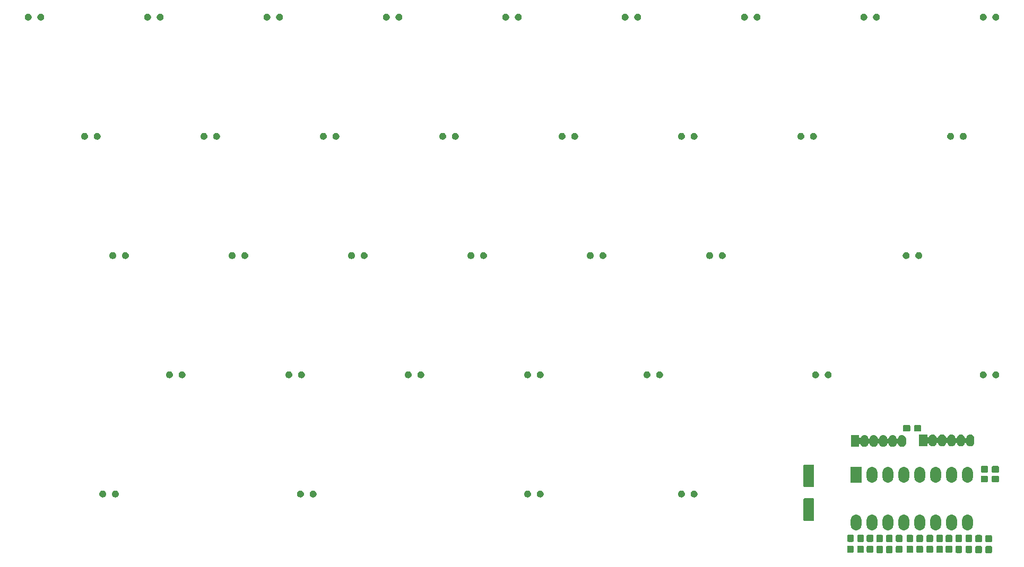
<source format=gbr>
G04 #@! TF.GenerationSoftware,KiCad,Pcbnew,(5.0.2)-1*
G04 #@! TF.CreationDate,2020-05-18T11:18:00+09:00*
G04 #@! TF.ProjectId,eckeyboard,65636b65-7962-46f6-9172-642e6b696361,rev?*
G04 #@! TF.SameCoordinates,Original*
G04 #@! TF.FileFunction,Soldermask,Top*
G04 #@! TF.FilePolarity,Negative*
%FSLAX46Y46*%
G04 Gerber Fmt 4.6, Leading zero omitted, Abs format (unit mm)*
G04 Created by KiCad (PCBNEW (5.0.2)-1) date 2020/05/18 11:18:00*
%MOMM*%
%LPD*%
G01*
G04 APERTURE LIST*
%ADD10C,0.100000*%
G04 APERTURE END LIST*
D10*
G36*
X240721498Y-134516446D02*
X240758992Y-134527820D01*
X240793556Y-134546295D01*
X240823846Y-134571154D01*
X240848705Y-134601444D01*
X240867180Y-134636008D01*
X240878554Y-134673502D01*
X240882999Y-134718639D01*
X240882999Y-135457363D01*
X240878554Y-135502500D01*
X240867180Y-135539994D01*
X240848705Y-135574558D01*
X240823846Y-135604848D01*
X240793556Y-135629707D01*
X240758992Y-135648182D01*
X240721498Y-135659556D01*
X240676361Y-135664001D01*
X240037637Y-135664001D01*
X239992500Y-135659556D01*
X239955006Y-135648182D01*
X239920442Y-135629707D01*
X239890152Y-135604848D01*
X239865293Y-135574558D01*
X239846818Y-135539994D01*
X239835444Y-135502500D01*
X239830999Y-135457363D01*
X239830999Y-134718639D01*
X239835444Y-134673502D01*
X239846818Y-134636008D01*
X239865293Y-134601444D01*
X239890152Y-134571154D01*
X239920442Y-134546295D01*
X239955006Y-134527820D01*
X239992500Y-134516446D01*
X240037637Y-134512001D01*
X240676361Y-134512001D01*
X240721498Y-134516446D01*
X240721498Y-134516446D01*
G37*
G36*
X239114499Y-134503445D02*
X239151993Y-134514819D01*
X239186557Y-134533294D01*
X239216847Y-134558153D01*
X239241706Y-134588443D01*
X239260181Y-134623007D01*
X239271555Y-134660501D01*
X239276000Y-134705638D01*
X239276000Y-135444362D01*
X239271555Y-135489499D01*
X239260181Y-135526993D01*
X239241706Y-135561557D01*
X239216847Y-135591847D01*
X239186557Y-135616706D01*
X239151993Y-135635181D01*
X239114499Y-135646555D01*
X239069362Y-135651000D01*
X238430638Y-135651000D01*
X238385501Y-135646555D01*
X238348007Y-135635181D01*
X238313443Y-135616706D01*
X238283153Y-135591847D01*
X238258294Y-135561557D01*
X238239819Y-135526993D01*
X238228445Y-135489499D01*
X238224000Y-135444362D01*
X238224000Y-134705638D01*
X238228445Y-134660501D01*
X238239819Y-134623007D01*
X238258294Y-134588443D01*
X238283153Y-134558153D01*
X238313443Y-134533294D01*
X238348007Y-134514819D01*
X238385501Y-134503445D01*
X238430638Y-134499000D01*
X239069362Y-134499000D01*
X239114499Y-134503445D01*
X239114499Y-134503445D01*
G37*
G36*
X223317229Y-134499095D02*
X223354723Y-134510469D01*
X223389287Y-134528944D01*
X223419577Y-134553803D01*
X223444436Y-134584093D01*
X223462911Y-134618657D01*
X223474285Y-134656151D01*
X223478730Y-134701288D01*
X223478730Y-135440012D01*
X223474285Y-135485149D01*
X223462911Y-135522643D01*
X223444436Y-135557207D01*
X223419577Y-135587497D01*
X223389287Y-135612356D01*
X223354723Y-135630831D01*
X223317229Y-135642205D01*
X223272092Y-135646650D01*
X222633368Y-135646650D01*
X222588231Y-135642205D01*
X222550737Y-135630831D01*
X222516173Y-135612356D01*
X222485883Y-135587497D01*
X222461024Y-135557207D01*
X222442549Y-135522643D01*
X222431175Y-135485149D01*
X222426730Y-135440012D01*
X222426730Y-134701288D01*
X222431175Y-134656151D01*
X222442549Y-134618657D01*
X222461024Y-134584093D01*
X222485883Y-134553803D01*
X222516173Y-134528944D01*
X222550737Y-134510469D01*
X222588231Y-134499095D01*
X222633368Y-134494650D01*
X223272092Y-134494650D01*
X223317229Y-134499095D01*
X223317229Y-134499095D01*
G37*
G36*
X224880837Y-134499095D02*
X224918331Y-134510469D01*
X224952895Y-134528944D01*
X224983185Y-134553803D01*
X225008044Y-134584093D01*
X225026519Y-134618657D01*
X225037893Y-134656151D01*
X225042338Y-134701288D01*
X225042338Y-135440012D01*
X225037893Y-135485149D01*
X225026519Y-135522643D01*
X225008044Y-135557207D01*
X224983185Y-135587497D01*
X224952895Y-135612356D01*
X224918331Y-135630831D01*
X224880837Y-135642205D01*
X224835700Y-135646650D01*
X224196976Y-135646650D01*
X224151839Y-135642205D01*
X224114345Y-135630831D01*
X224079781Y-135612356D01*
X224049491Y-135587497D01*
X224024632Y-135557207D01*
X224006157Y-135522643D01*
X223994783Y-135485149D01*
X223990338Y-135440012D01*
X223990338Y-134701288D01*
X223994783Y-134656151D01*
X224006157Y-134618657D01*
X224024632Y-134584093D01*
X224049491Y-134553803D01*
X224079781Y-134528944D01*
X224114345Y-134510469D01*
X224151839Y-134499095D01*
X224196976Y-134494650D01*
X224835700Y-134494650D01*
X224880837Y-134499095D01*
X224880837Y-134499095D01*
G37*
G36*
X237554213Y-134482462D02*
X237591707Y-134493836D01*
X237626271Y-134512311D01*
X237656561Y-134537170D01*
X237681420Y-134567460D01*
X237699895Y-134602024D01*
X237711269Y-134639518D01*
X237715714Y-134684655D01*
X237715714Y-135423379D01*
X237711269Y-135468516D01*
X237699895Y-135506010D01*
X237681420Y-135540574D01*
X237656561Y-135570864D01*
X237626271Y-135595723D01*
X237591707Y-135614198D01*
X237554213Y-135625572D01*
X237509076Y-135630017D01*
X236870352Y-135630017D01*
X236825215Y-135625572D01*
X236787721Y-135614198D01*
X236753157Y-135595723D01*
X236722867Y-135570864D01*
X236698008Y-135540574D01*
X236679533Y-135506010D01*
X236668159Y-135468516D01*
X236663714Y-135423379D01*
X236663714Y-134684655D01*
X236668159Y-134639518D01*
X236679533Y-134602024D01*
X236698008Y-134567460D01*
X236722867Y-134537170D01*
X236753157Y-134512311D01*
X236787721Y-134493836D01*
X236825215Y-134482462D01*
X236870352Y-134478017D01*
X237509076Y-134478017D01*
X237554213Y-134482462D01*
X237554213Y-134482462D01*
G37*
G36*
X235951762Y-134482462D02*
X235989256Y-134493836D01*
X236023820Y-134512311D01*
X236054110Y-134537170D01*
X236078969Y-134567460D01*
X236097444Y-134602024D01*
X236108818Y-134639518D01*
X236113263Y-134684655D01*
X236113263Y-135423379D01*
X236108818Y-135468516D01*
X236097444Y-135506010D01*
X236078969Y-135540574D01*
X236054110Y-135570864D01*
X236023820Y-135595723D01*
X235989256Y-135614198D01*
X235951762Y-135625572D01*
X235906625Y-135630017D01*
X235267901Y-135630017D01*
X235222764Y-135625572D01*
X235185270Y-135614198D01*
X235150706Y-135595723D01*
X235120416Y-135570864D01*
X235095557Y-135540574D01*
X235077082Y-135506010D01*
X235065708Y-135468516D01*
X235061263Y-135423379D01*
X235061263Y-134684655D01*
X235065708Y-134639518D01*
X235077082Y-134602024D01*
X235095557Y-134567460D01*
X235120416Y-134537170D01*
X235150706Y-134512311D01*
X235185270Y-134493836D01*
X235222764Y-134482462D01*
X235267901Y-134478017D01*
X235906625Y-134478017D01*
X235951762Y-134482462D01*
X235951762Y-134482462D01*
G37*
G36*
X232883939Y-134478629D02*
X232921433Y-134490003D01*
X232955997Y-134508478D01*
X232986287Y-134533337D01*
X233011146Y-134563627D01*
X233029621Y-134598191D01*
X233040995Y-134635685D01*
X233045440Y-134680822D01*
X233045440Y-135419546D01*
X233040995Y-135464683D01*
X233029621Y-135502177D01*
X233011146Y-135536741D01*
X232986287Y-135567031D01*
X232955997Y-135591890D01*
X232921433Y-135610365D01*
X232883939Y-135621739D01*
X232838802Y-135626184D01*
X232200078Y-135626184D01*
X232154941Y-135621739D01*
X232117447Y-135610365D01*
X232082883Y-135591890D01*
X232052593Y-135567031D01*
X232027734Y-135536741D01*
X232009259Y-135502177D01*
X231997885Y-135464683D01*
X231993440Y-135419546D01*
X231993440Y-134680822D01*
X231997885Y-134635685D01*
X232009259Y-134598191D01*
X232027734Y-134563627D01*
X232052593Y-134533337D01*
X232082883Y-134508478D01*
X232117447Y-134490003D01*
X232154941Y-134478629D01*
X232200078Y-134474184D01*
X232838802Y-134474184D01*
X232883939Y-134478629D01*
X232883939Y-134478629D01*
G37*
G36*
X234383939Y-134478629D02*
X234421433Y-134490003D01*
X234455997Y-134508478D01*
X234486287Y-134533337D01*
X234511146Y-134563627D01*
X234529621Y-134598191D01*
X234540995Y-134635685D01*
X234545440Y-134680822D01*
X234545440Y-135419546D01*
X234540995Y-135464683D01*
X234529621Y-135502177D01*
X234511146Y-135536741D01*
X234486287Y-135567031D01*
X234455997Y-135591890D01*
X234421433Y-135610365D01*
X234383939Y-135621739D01*
X234338802Y-135626184D01*
X233700078Y-135626184D01*
X233654941Y-135621739D01*
X233617447Y-135610365D01*
X233582883Y-135591890D01*
X233552593Y-135567031D01*
X233527734Y-135536741D01*
X233509259Y-135502177D01*
X233497885Y-135464683D01*
X233493440Y-135419546D01*
X233493440Y-134680822D01*
X233497885Y-134635685D01*
X233509259Y-134598191D01*
X233527734Y-134563627D01*
X233552593Y-134533337D01*
X233582883Y-134508478D01*
X233617447Y-134490003D01*
X233654941Y-134478629D01*
X233700078Y-134474184D01*
X234338802Y-134474184D01*
X234383939Y-134478629D01*
X234383939Y-134478629D01*
G37*
G36*
X228137503Y-134471868D02*
X228174997Y-134483242D01*
X228209561Y-134501717D01*
X228239851Y-134526576D01*
X228264710Y-134556866D01*
X228283185Y-134591430D01*
X228294559Y-134628924D01*
X228299004Y-134674061D01*
X228299004Y-135412785D01*
X228294559Y-135457922D01*
X228283185Y-135495416D01*
X228264710Y-135529980D01*
X228239851Y-135560270D01*
X228209561Y-135585129D01*
X228174997Y-135603604D01*
X228137503Y-135614978D01*
X228092366Y-135619423D01*
X227453642Y-135619423D01*
X227408505Y-135614978D01*
X227371011Y-135603604D01*
X227336447Y-135585129D01*
X227306157Y-135560270D01*
X227281298Y-135529980D01*
X227262823Y-135495416D01*
X227251449Y-135457922D01*
X227247004Y-135412785D01*
X227247004Y-134674061D01*
X227251449Y-134628924D01*
X227262823Y-134591430D01*
X227281298Y-134556866D01*
X227306157Y-134526576D01*
X227336447Y-134501717D01*
X227371011Y-134483242D01*
X227408505Y-134471868D01*
X227453642Y-134467423D01*
X228092366Y-134467423D01*
X228137503Y-134471868D01*
X228137503Y-134471868D01*
G37*
G36*
X226437503Y-134471868D02*
X226474997Y-134483242D01*
X226509561Y-134501717D01*
X226539851Y-134526576D01*
X226564710Y-134556866D01*
X226583185Y-134591430D01*
X226594559Y-134628924D01*
X226599004Y-134674061D01*
X226599004Y-135412785D01*
X226594559Y-135457922D01*
X226583185Y-135495416D01*
X226564710Y-135529980D01*
X226539851Y-135560270D01*
X226509561Y-135585129D01*
X226474997Y-135603604D01*
X226437503Y-135614978D01*
X226392366Y-135619423D01*
X225753642Y-135619423D01*
X225708505Y-135614978D01*
X225671011Y-135603604D01*
X225636447Y-135585129D01*
X225606157Y-135560270D01*
X225581298Y-135529980D01*
X225562823Y-135495416D01*
X225551449Y-135457922D01*
X225547004Y-135412785D01*
X225547004Y-134674061D01*
X225551449Y-134628924D01*
X225562823Y-134591430D01*
X225581298Y-134556866D01*
X225606157Y-134526576D01*
X225636447Y-134501717D01*
X225671011Y-134483242D01*
X225708505Y-134471868D01*
X225753642Y-134467423D01*
X226392366Y-134467423D01*
X226437503Y-134471868D01*
X226437503Y-134471868D01*
G37*
G36*
X231322745Y-134471809D02*
X231360239Y-134483183D01*
X231394803Y-134501658D01*
X231425093Y-134526517D01*
X231449952Y-134556807D01*
X231468427Y-134591371D01*
X231479801Y-134628865D01*
X231484246Y-134674002D01*
X231484246Y-135412726D01*
X231479801Y-135457863D01*
X231468427Y-135495357D01*
X231449952Y-135529921D01*
X231425093Y-135560211D01*
X231394803Y-135585070D01*
X231360239Y-135603545D01*
X231322745Y-135614919D01*
X231277608Y-135619364D01*
X230638884Y-135619364D01*
X230593747Y-135614919D01*
X230556253Y-135603545D01*
X230521689Y-135585070D01*
X230491399Y-135560211D01*
X230466540Y-135529921D01*
X230448065Y-135495357D01*
X230436691Y-135457863D01*
X230432246Y-135412726D01*
X230432246Y-134674002D01*
X230436691Y-134628865D01*
X230448065Y-134591371D01*
X230466540Y-134556807D01*
X230491399Y-134526517D01*
X230521689Y-134501658D01*
X230556253Y-134483183D01*
X230593747Y-134471809D01*
X230638884Y-134467364D01*
X231277608Y-134467364D01*
X231322745Y-134471809D01*
X231322745Y-134471809D01*
G37*
G36*
X229722745Y-134471809D02*
X229760239Y-134483183D01*
X229794803Y-134501658D01*
X229825093Y-134526517D01*
X229849952Y-134556807D01*
X229868427Y-134591371D01*
X229879801Y-134628865D01*
X229884246Y-134674002D01*
X229884246Y-135412726D01*
X229879801Y-135457863D01*
X229868427Y-135495357D01*
X229849952Y-135529921D01*
X229825093Y-135560211D01*
X229794803Y-135585070D01*
X229760239Y-135603545D01*
X229722745Y-135614919D01*
X229677608Y-135619364D01*
X229038884Y-135619364D01*
X228993747Y-135614919D01*
X228956253Y-135603545D01*
X228921689Y-135585070D01*
X228891399Y-135560211D01*
X228866540Y-135529921D01*
X228848065Y-135495357D01*
X228836691Y-135457863D01*
X228832246Y-135412726D01*
X228832246Y-134674002D01*
X228836691Y-134628865D01*
X228848065Y-134591371D01*
X228866540Y-134556807D01*
X228891399Y-134526517D01*
X228921689Y-134501658D01*
X228956253Y-134483183D01*
X228993747Y-134471809D01*
X229038884Y-134467364D01*
X229677608Y-134467364D01*
X229722745Y-134471809D01*
X229722745Y-134471809D01*
G37*
G36*
X221783092Y-134461090D02*
X221820586Y-134472464D01*
X221855150Y-134490939D01*
X221885440Y-134515798D01*
X221910299Y-134546088D01*
X221928774Y-134580652D01*
X221940148Y-134618146D01*
X221944593Y-134663283D01*
X221944593Y-135402007D01*
X221940148Y-135447144D01*
X221928774Y-135484638D01*
X221910299Y-135519202D01*
X221885440Y-135549492D01*
X221855150Y-135574351D01*
X221820586Y-135592826D01*
X221783092Y-135604200D01*
X221737955Y-135608645D01*
X221099231Y-135608645D01*
X221054094Y-135604200D01*
X221016600Y-135592826D01*
X220982036Y-135574351D01*
X220951746Y-135549492D01*
X220926887Y-135519202D01*
X220908412Y-135484638D01*
X220897038Y-135447144D01*
X220892593Y-135402007D01*
X220892593Y-134663283D01*
X220897038Y-134618146D01*
X220908412Y-134580652D01*
X220926887Y-134546088D01*
X220951746Y-134515798D01*
X220982036Y-134490939D01*
X221016600Y-134472464D01*
X221054094Y-134461090D01*
X221099231Y-134456645D01*
X221737955Y-134456645D01*
X221783092Y-134461090D01*
X221783092Y-134461090D01*
G37*
G36*
X220283092Y-134461090D02*
X220320586Y-134472464D01*
X220355150Y-134490939D01*
X220385440Y-134515798D01*
X220410299Y-134546088D01*
X220428774Y-134580652D01*
X220440148Y-134618146D01*
X220444593Y-134663283D01*
X220444593Y-135402007D01*
X220440148Y-135447144D01*
X220428774Y-135484638D01*
X220410299Y-135519202D01*
X220385440Y-135549492D01*
X220355150Y-135574351D01*
X220320586Y-135592826D01*
X220283092Y-135604200D01*
X220237955Y-135608645D01*
X219599231Y-135608645D01*
X219554094Y-135604200D01*
X219516600Y-135592826D01*
X219482036Y-135574351D01*
X219451746Y-135549492D01*
X219426887Y-135519202D01*
X219408412Y-135484638D01*
X219397038Y-135447144D01*
X219392593Y-135402007D01*
X219392593Y-134663283D01*
X219397038Y-134618146D01*
X219408412Y-134580652D01*
X219426887Y-134546088D01*
X219451746Y-134515798D01*
X219482036Y-134490939D01*
X219516600Y-134472464D01*
X219554094Y-134461090D01*
X219599231Y-134456645D01*
X220237955Y-134456645D01*
X220283092Y-134461090D01*
X220283092Y-134461090D01*
G37*
G36*
X218664499Y-134453445D02*
X218701993Y-134464819D01*
X218736557Y-134483294D01*
X218766847Y-134508153D01*
X218791706Y-134538443D01*
X218810181Y-134573007D01*
X218821555Y-134610501D01*
X218826000Y-134655638D01*
X218826000Y-135394362D01*
X218821555Y-135439499D01*
X218810181Y-135476993D01*
X218791706Y-135511557D01*
X218766847Y-135541847D01*
X218736557Y-135566706D01*
X218701993Y-135585181D01*
X218664499Y-135596555D01*
X218619362Y-135601000D01*
X217980638Y-135601000D01*
X217935501Y-135596555D01*
X217898007Y-135585181D01*
X217863443Y-135566706D01*
X217833153Y-135541847D01*
X217808294Y-135511557D01*
X217789819Y-135476993D01*
X217778445Y-135439499D01*
X217774000Y-135394362D01*
X217774000Y-134655638D01*
X217778445Y-134610501D01*
X217789819Y-134573007D01*
X217808294Y-134538443D01*
X217833153Y-134508153D01*
X217863443Y-134483294D01*
X217898007Y-134464819D01*
X217935501Y-134453445D01*
X217980638Y-134449000D01*
X218619362Y-134449000D01*
X218664499Y-134453445D01*
X218664499Y-134453445D01*
G37*
G36*
X240721498Y-132766446D02*
X240758992Y-132777820D01*
X240793556Y-132796295D01*
X240823846Y-132821154D01*
X240848705Y-132851444D01*
X240867180Y-132886008D01*
X240878554Y-132923502D01*
X240882999Y-132968639D01*
X240882999Y-133707363D01*
X240878554Y-133752500D01*
X240867180Y-133789994D01*
X240848705Y-133824558D01*
X240823846Y-133854848D01*
X240793556Y-133879707D01*
X240758992Y-133898182D01*
X240721498Y-133909556D01*
X240676361Y-133914001D01*
X240037637Y-133914001D01*
X239992500Y-133909556D01*
X239955006Y-133898182D01*
X239920442Y-133879707D01*
X239890152Y-133854848D01*
X239865293Y-133824558D01*
X239846818Y-133789994D01*
X239835444Y-133752500D01*
X239830999Y-133707363D01*
X239830999Y-132968639D01*
X239835444Y-132923502D01*
X239846818Y-132886008D01*
X239865293Y-132851444D01*
X239890152Y-132821154D01*
X239920442Y-132796295D01*
X239955006Y-132777820D01*
X239992500Y-132766446D01*
X240037637Y-132762001D01*
X240676361Y-132762001D01*
X240721498Y-132766446D01*
X240721498Y-132766446D01*
G37*
G36*
X239114499Y-132753445D02*
X239151993Y-132764819D01*
X239186557Y-132783294D01*
X239216847Y-132808153D01*
X239241706Y-132838443D01*
X239260181Y-132873007D01*
X239271555Y-132910501D01*
X239276000Y-132955638D01*
X239276000Y-133694362D01*
X239271555Y-133739499D01*
X239260181Y-133776993D01*
X239241706Y-133811557D01*
X239216847Y-133841847D01*
X239186557Y-133866706D01*
X239151993Y-133885181D01*
X239114499Y-133896555D01*
X239069362Y-133901000D01*
X238430638Y-133901000D01*
X238385501Y-133896555D01*
X238348007Y-133885181D01*
X238313443Y-133866706D01*
X238283153Y-133841847D01*
X238258294Y-133811557D01*
X238239819Y-133776993D01*
X238228445Y-133739499D01*
X238224000Y-133694362D01*
X238224000Y-132955638D01*
X238228445Y-132910501D01*
X238239819Y-132873007D01*
X238258294Y-132838443D01*
X238283153Y-132808153D01*
X238313443Y-132783294D01*
X238348007Y-132764819D01*
X238385501Y-132753445D01*
X238430638Y-132749000D01*
X239069362Y-132749000D01*
X239114499Y-132753445D01*
X239114499Y-132753445D01*
G37*
G36*
X224880837Y-132749095D02*
X224918331Y-132760469D01*
X224952895Y-132778944D01*
X224983185Y-132803803D01*
X225008044Y-132834093D01*
X225026519Y-132868657D01*
X225037893Y-132906151D01*
X225042338Y-132951288D01*
X225042338Y-133690012D01*
X225037893Y-133735149D01*
X225026519Y-133772643D01*
X225008044Y-133807207D01*
X224983185Y-133837497D01*
X224952895Y-133862356D01*
X224918331Y-133880831D01*
X224880837Y-133892205D01*
X224835700Y-133896650D01*
X224196976Y-133896650D01*
X224151839Y-133892205D01*
X224114345Y-133880831D01*
X224079781Y-133862356D01*
X224049491Y-133837497D01*
X224024632Y-133807207D01*
X224006157Y-133772643D01*
X223994783Y-133735149D01*
X223990338Y-133690012D01*
X223990338Y-132951288D01*
X223994783Y-132906151D01*
X224006157Y-132868657D01*
X224024632Y-132834093D01*
X224049491Y-132803803D01*
X224079781Y-132778944D01*
X224114345Y-132760469D01*
X224151839Y-132749095D01*
X224196976Y-132744650D01*
X224835700Y-132744650D01*
X224880837Y-132749095D01*
X224880837Y-132749095D01*
G37*
G36*
X223317229Y-132749095D02*
X223354723Y-132760469D01*
X223389287Y-132778944D01*
X223419577Y-132803803D01*
X223444436Y-132834093D01*
X223462911Y-132868657D01*
X223474285Y-132906151D01*
X223478730Y-132951288D01*
X223478730Y-133690012D01*
X223474285Y-133735149D01*
X223462911Y-133772643D01*
X223444436Y-133807207D01*
X223419577Y-133837497D01*
X223389287Y-133862356D01*
X223354723Y-133880831D01*
X223317229Y-133892205D01*
X223272092Y-133896650D01*
X222633368Y-133896650D01*
X222588231Y-133892205D01*
X222550737Y-133880831D01*
X222516173Y-133862356D01*
X222485883Y-133837497D01*
X222461024Y-133807207D01*
X222442549Y-133772643D01*
X222431175Y-133735149D01*
X222426730Y-133690012D01*
X222426730Y-132951288D01*
X222431175Y-132906151D01*
X222442549Y-132868657D01*
X222461024Y-132834093D01*
X222485883Y-132803803D01*
X222516173Y-132778944D01*
X222550737Y-132760469D01*
X222588231Y-132749095D01*
X222633368Y-132744650D01*
X223272092Y-132744650D01*
X223317229Y-132749095D01*
X223317229Y-132749095D01*
G37*
G36*
X237554213Y-132732462D02*
X237591707Y-132743836D01*
X237626271Y-132762311D01*
X237656561Y-132787170D01*
X237681420Y-132817460D01*
X237699895Y-132852024D01*
X237711269Y-132889518D01*
X237715714Y-132934655D01*
X237715714Y-133673379D01*
X237711269Y-133718516D01*
X237699895Y-133756010D01*
X237681420Y-133790574D01*
X237656561Y-133820864D01*
X237626271Y-133845723D01*
X237591707Y-133864198D01*
X237554213Y-133875572D01*
X237509076Y-133880017D01*
X236870352Y-133880017D01*
X236825215Y-133875572D01*
X236787721Y-133864198D01*
X236753157Y-133845723D01*
X236722867Y-133820864D01*
X236698008Y-133790574D01*
X236679533Y-133756010D01*
X236668159Y-133718516D01*
X236663714Y-133673379D01*
X236663714Y-132934655D01*
X236668159Y-132889518D01*
X236679533Y-132852024D01*
X236698008Y-132817460D01*
X236722867Y-132787170D01*
X236753157Y-132762311D01*
X236787721Y-132743836D01*
X236825215Y-132732462D01*
X236870352Y-132728017D01*
X237509076Y-132728017D01*
X237554213Y-132732462D01*
X237554213Y-132732462D01*
G37*
G36*
X235951762Y-132732462D02*
X235989256Y-132743836D01*
X236023820Y-132762311D01*
X236054110Y-132787170D01*
X236078969Y-132817460D01*
X236097444Y-132852024D01*
X236108818Y-132889518D01*
X236113263Y-132934655D01*
X236113263Y-133673379D01*
X236108818Y-133718516D01*
X236097444Y-133756010D01*
X236078969Y-133790574D01*
X236054110Y-133820864D01*
X236023820Y-133845723D01*
X235989256Y-133864198D01*
X235951762Y-133875572D01*
X235906625Y-133880017D01*
X235267901Y-133880017D01*
X235222764Y-133875572D01*
X235185270Y-133864198D01*
X235150706Y-133845723D01*
X235120416Y-133820864D01*
X235095557Y-133790574D01*
X235077082Y-133756010D01*
X235065708Y-133718516D01*
X235061263Y-133673379D01*
X235061263Y-132934655D01*
X235065708Y-132889518D01*
X235077082Y-132852024D01*
X235095557Y-132817460D01*
X235120416Y-132787170D01*
X235150706Y-132762311D01*
X235185270Y-132743836D01*
X235222764Y-132732462D01*
X235267901Y-132728017D01*
X235906625Y-132728017D01*
X235951762Y-132732462D01*
X235951762Y-132732462D01*
G37*
G36*
X234383939Y-132728629D02*
X234421433Y-132740003D01*
X234455997Y-132758478D01*
X234486287Y-132783337D01*
X234511146Y-132813627D01*
X234529621Y-132848191D01*
X234540995Y-132885685D01*
X234545440Y-132930822D01*
X234545440Y-133669546D01*
X234540995Y-133714683D01*
X234529621Y-133752177D01*
X234511146Y-133786741D01*
X234486287Y-133817031D01*
X234455997Y-133841890D01*
X234421433Y-133860365D01*
X234383939Y-133871739D01*
X234338802Y-133876184D01*
X233700078Y-133876184D01*
X233654941Y-133871739D01*
X233617447Y-133860365D01*
X233582883Y-133841890D01*
X233552593Y-133817031D01*
X233527734Y-133786741D01*
X233509259Y-133752177D01*
X233497885Y-133714683D01*
X233493440Y-133669546D01*
X233493440Y-132930822D01*
X233497885Y-132885685D01*
X233509259Y-132848191D01*
X233527734Y-132813627D01*
X233552593Y-132783337D01*
X233582883Y-132758478D01*
X233617447Y-132740003D01*
X233654941Y-132728629D01*
X233700078Y-132724184D01*
X234338802Y-132724184D01*
X234383939Y-132728629D01*
X234383939Y-132728629D01*
G37*
G36*
X232883939Y-132728629D02*
X232921433Y-132740003D01*
X232955997Y-132758478D01*
X232986287Y-132783337D01*
X233011146Y-132813627D01*
X233029621Y-132848191D01*
X233040995Y-132885685D01*
X233045440Y-132930822D01*
X233045440Y-133669546D01*
X233040995Y-133714683D01*
X233029621Y-133752177D01*
X233011146Y-133786741D01*
X232986287Y-133817031D01*
X232955997Y-133841890D01*
X232921433Y-133860365D01*
X232883939Y-133871739D01*
X232838802Y-133876184D01*
X232200078Y-133876184D01*
X232154941Y-133871739D01*
X232117447Y-133860365D01*
X232082883Y-133841890D01*
X232052593Y-133817031D01*
X232027734Y-133786741D01*
X232009259Y-133752177D01*
X231997885Y-133714683D01*
X231993440Y-133669546D01*
X231993440Y-132930822D01*
X231997885Y-132885685D01*
X232009259Y-132848191D01*
X232027734Y-132813627D01*
X232052593Y-132783337D01*
X232082883Y-132758478D01*
X232117447Y-132740003D01*
X232154941Y-132728629D01*
X232200078Y-132724184D01*
X232838802Y-132724184D01*
X232883939Y-132728629D01*
X232883939Y-132728629D01*
G37*
G36*
X226437503Y-132721868D02*
X226474997Y-132733242D01*
X226509561Y-132751717D01*
X226539851Y-132776576D01*
X226564710Y-132806866D01*
X226583185Y-132841430D01*
X226594559Y-132878924D01*
X226599004Y-132924061D01*
X226599004Y-133662785D01*
X226594559Y-133707922D01*
X226583185Y-133745416D01*
X226564710Y-133779980D01*
X226539851Y-133810270D01*
X226509561Y-133835129D01*
X226474997Y-133853604D01*
X226437503Y-133864978D01*
X226392366Y-133869423D01*
X225753642Y-133869423D01*
X225708505Y-133864978D01*
X225671011Y-133853604D01*
X225636447Y-133835129D01*
X225606157Y-133810270D01*
X225581298Y-133779980D01*
X225562823Y-133745416D01*
X225551449Y-133707922D01*
X225547004Y-133662785D01*
X225547004Y-132924061D01*
X225551449Y-132878924D01*
X225562823Y-132841430D01*
X225581298Y-132806866D01*
X225606157Y-132776576D01*
X225636447Y-132751717D01*
X225671011Y-132733242D01*
X225708505Y-132721868D01*
X225753642Y-132717423D01*
X226392366Y-132717423D01*
X226437503Y-132721868D01*
X226437503Y-132721868D01*
G37*
G36*
X228137503Y-132721868D02*
X228174997Y-132733242D01*
X228209561Y-132751717D01*
X228239851Y-132776576D01*
X228264710Y-132806866D01*
X228283185Y-132841430D01*
X228294559Y-132878924D01*
X228299004Y-132924061D01*
X228299004Y-133662785D01*
X228294559Y-133707922D01*
X228283185Y-133745416D01*
X228264710Y-133779980D01*
X228239851Y-133810270D01*
X228209561Y-133835129D01*
X228174997Y-133853604D01*
X228137503Y-133864978D01*
X228092366Y-133869423D01*
X227453642Y-133869423D01*
X227408505Y-133864978D01*
X227371011Y-133853604D01*
X227336447Y-133835129D01*
X227306157Y-133810270D01*
X227281298Y-133779980D01*
X227262823Y-133745416D01*
X227251449Y-133707922D01*
X227247004Y-133662785D01*
X227247004Y-132924061D01*
X227251449Y-132878924D01*
X227262823Y-132841430D01*
X227281298Y-132806866D01*
X227306157Y-132776576D01*
X227336447Y-132751717D01*
X227371011Y-132733242D01*
X227408505Y-132721868D01*
X227453642Y-132717423D01*
X228092366Y-132717423D01*
X228137503Y-132721868D01*
X228137503Y-132721868D01*
G37*
G36*
X231322745Y-132721809D02*
X231360239Y-132733183D01*
X231394803Y-132751658D01*
X231425093Y-132776517D01*
X231449952Y-132806807D01*
X231468427Y-132841371D01*
X231479801Y-132878865D01*
X231484246Y-132924002D01*
X231484246Y-133662726D01*
X231479801Y-133707863D01*
X231468427Y-133745357D01*
X231449952Y-133779921D01*
X231425093Y-133810211D01*
X231394803Y-133835070D01*
X231360239Y-133853545D01*
X231322745Y-133864919D01*
X231277608Y-133869364D01*
X230638884Y-133869364D01*
X230593747Y-133864919D01*
X230556253Y-133853545D01*
X230521689Y-133835070D01*
X230491399Y-133810211D01*
X230466540Y-133779921D01*
X230448065Y-133745357D01*
X230436691Y-133707863D01*
X230432246Y-133662726D01*
X230432246Y-132924002D01*
X230436691Y-132878865D01*
X230448065Y-132841371D01*
X230466540Y-132806807D01*
X230491399Y-132776517D01*
X230521689Y-132751658D01*
X230556253Y-132733183D01*
X230593747Y-132721809D01*
X230638884Y-132717364D01*
X231277608Y-132717364D01*
X231322745Y-132721809D01*
X231322745Y-132721809D01*
G37*
G36*
X229722745Y-132721809D02*
X229760239Y-132733183D01*
X229794803Y-132751658D01*
X229825093Y-132776517D01*
X229849952Y-132806807D01*
X229868427Y-132841371D01*
X229879801Y-132878865D01*
X229884246Y-132924002D01*
X229884246Y-133662726D01*
X229879801Y-133707863D01*
X229868427Y-133745357D01*
X229849952Y-133779921D01*
X229825093Y-133810211D01*
X229794803Y-133835070D01*
X229760239Y-133853545D01*
X229722745Y-133864919D01*
X229677608Y-133869364D01*
X229038884Y-133869364D01*
X228993747Y-133864919D01*
X228956253Y-133853545D01*
X228921689Y-133835070D01*
X228891399Y-133810211D01*
X228866540Y-133779921D01*
X228848065Y-133745357D01*
X228836691Y-133707863D01*
X228832246Y-133662726D01*
X228832246Y-132924002D01*
X228836691Y-132878865D01*
X228848065Y-132841371D01*
X228866540Y-132806807D01*
X228891399Y-132776517D01*
X228921689Y-132751658D01*
X228956253Y-132733183D01*
X228993747Y-132721809D01*
X229038884Y-132717364D01*
X229677608Y-132717364D01*
X229722745Y-132721809D01*
X229722745Y-132721809D01*
G37*
G36*
X220283092Y-132711090D02*
X220320586Y-132722464D01*
X220355150Y-132740939D01*
X220385440Y-132765798D01*
X220410299Y-132796088D01*
X220428774Y-132830652D01*
X220440148Y-132868146D01*
X220444593Y-132913283D01*
X220444593Y-133652007D01*
X220440148Y-133697144D01*
X220428774Y-133734638D01*
X220410299Y-133769202D01*
X220385440Y-133799492D01*
X220355150Y-133824351D01*
X220320586Y-133842826D01*
X220283092Y-133854200D01*
X220237955Y-133858645D01*
X219599231Y-133858645D01*
X219554094Y-133854200D01*
X219516600Y-133842826D01*
X219482036Y-133824351D01*
X219451746Y-133799492D01*
X219426887Y-133769202D01*
X219408412Y-133734638D01*
X219397038Y-133697144D01*
X219392593Y-133652007D01*
X219392593Y-132913283D01*
X219397038Y-132868146D01*
X219408412Y-132830652D01*
X219426887Y-132796088D01*
X219451746Y-132765798D01*
X219482036Y-132740939D01*
X219516600Y-132722464D01*
X219554094Y-132711090D01*
X219599231Y-132706645D01*
X220237955Y-132706645D01*
X220283092Y-132711090D01*
X220283092Y-132711090D01*
G37*
G36*
X221783092Y-132711090D02*
X221820586Y-132722464D01*
X221855150Y-132740939D01*
X221885440Y-132765798D01*
X221910299Y-132796088D01*
X221928774Y-132830652D01*
X221940148Y-132868146D01*
X221944593Y-132913283D01*
X221944593Y-133652007D01*
X221940148Y-133697144D01*
X221928774Y-133734638D01*
X221910299Y-133769202D01*
X221885440Y-133799492D01*
X221855150Y-133824351D01*
X221820586Y-133842826D01*
X221783092Y-133854200D01*
X221737955Y-133858645D01*
X221099231Y-133858645D01*
X221054094Y-133854200D01*
X221016600Y-133842826D01*
X220982036Y-133824351D01*
X220951746Y-133799492D01*
X220926887Y-133769202D01*
X220908412Y-133734638D01*
X220897038Y-133697144D01*
X220892593Y-133652007D01*
X220892593Y-132913283D01*
X220897038Y-132868146D01*
X220908412Y-132830652D01*
X220926887Y-132796088D01*
X220951746Y-132765798D01*
X220982036Y-132740939D01*
X221016600Y-132722464D01*
X221054094Y-132711090D01*
X221099231Y-132706645D01*
X221737955Y-132706645D01*
X221783092Y-132711090D01*
X221783092Y-132711090D01*
G37*
G36*
X218664499Y-132703445D02*
X218701993Y-132714819D01*
X218736557Y-132733294D01*
X218766847Y-132758153D01*
X218791706Y-132788443D01*
X218810181Y-132823007D01*
X218821555Y-132860501D01*
X218826000Y-132905638D01*
X218826000Y-133644362D01*
X218821555Y-133689499D01*
X218810181Y-133726993D01*
X218791706Y-133761557D01*
X218766847Y-133791847D01*
X218736557Y-133816706D01*
X218701993Y-133835181D01*
X218664499Y-133846555D01*
X218619362Y-133851000D01*
X217980638Y-133851000D01*
X217935501Y-133846555D01*
X217898007Y-133835181D01*
X217863443Y-133816706D01*
X217833153Y-133791847D01*
X217808294Y-133761557D01*
X217789819Y-133726993D01*
X217778445Y-133689499D01*
X217774000Y-133644362D01*
X217774000Y-132905638D01*
X217778445Y-132860501D01*
X217789819Y-132823007D01*
X217808294Y-132788443D01*
X217833153Y-132758153D01*
X217863443Y-132733294D01*
X217898007Y-132714819D01*
X217935501Y-132703445D01*
X217980638Y-132699000D01*
X218619362Y-132699000D01*
X218664499Y-132703445D01*
X218664499Y-132703445D01*
G37*
G36*
X226986821Y-129531313D02*
X226986824Y-129531314D01*
X226986825Y-129531314D01*
X227147239Y-129579975D01*
X227147241Y-129579976D01*
X227147244Y-129579977D01*
X227295078Y-129658995D01*
X227424659Y-129765341D01*
X227531005Y-129894922D01*
X227610023Y-130042756D01*
X227610024Y-130042759D01*
X227610025Y-130042761D01*
X227658686Y-130203175D01*
X227658686Y-130203178D01*
X227658687Y-130203180D01*
X227671000Y-130328197D01*
X227671000Y-131211804D01*
X227658687Y-131336821D01*
X227610023Y-131497244D01*
X227531005Y-131645078D01*
X227424659Y-131774659D01*
X227295078Y-131881005D01*
X227147243Y-131960023D01*
X227147240Y-131960024D01*
X227147238Y-131960025D01*
X226986824Y-132008686D01*
X226986823Y-132008686D01*
X226986820Y-132008687D01*
X226820000Y-132025117D01*
X226653179Y-132008687D01*
X226653176Y-132008686D01*
X226653175Y-132008686D01*
X226492761Y-131960025D01*
X226492759Y-131960024D01*
X226492756Y-131960023D01*
X226344922Y-131881005D01*
X226215341Y-131774659D01*
X226108995Y-131645078D01*
X226029977Y-131497243D01*
X225981315Y-131336825D01*
X225981314Y-131336824D01*
X225981314Y-131336823D01*
X225981313Y-131336820D01*
X225969000Y-131211803D01*
X225969000Y-130328197D01*
X225981314Y-130203179D01*
X226029978Y-130042756D01*
X226108996Y-129894922D01*
X226215342Y-129765341D01*
X226344923Y-129658995D01*
X226492757Y-129579977D01*
X226492760Y-129579976D01*
X226492762Y-129579975D01*
X226653176Y-129531314D01*
X226653177Y-129531314D01*
X226653180Y-129531313D01*
X226820000Y-129514883D01*
X226986821Y-129531313D01*
X226986821Y-129531313D01*
G37*
G36*
X219366821Y-129531313D02*
X219366824Y-129531314D01*
X219366825Y-129531314D01*
X219527239Y-129579975D01*
X219527241Y-129579976D01*
X219527244Y-129579977D01*
X219675078Y-129658995D01*
X219804659Y-129765341D01*
X219911005Y-129894922D01*
X219990023Y-130042756D01*
X219990024Y-130042759D01*
X219990025Y-130042761D01*
X220038686Y-130203175D01*
X220038686Y-130203178D01*
X220038687Y-130203180D01*
X220051000Y-130328197D01*
X220051000Y-131211804D01*
X220038687Y-131336821D01*
X219990023Y-131497244D01*
X219911005Y-131645078D01*
X219804659Y-131774659D01*
X219675078Y-131881005D01*
X219527243Y-131960023D01*
X219527240Y-131960024D01*
X219527238Y-131960025D01*
X219366824Y-132008686D01*
X219366823Y-132008686D01*
X219366820Y-132008687D01*
X219200000Y-132025117D01*
X219033179Y-132008687D01*
X219033176Y-132008686D01*
X219033175Y-132008686D01*
X218872761Y-131960025D01*
X218872759Y-131960024D01*
X218872756Y-131960023D01*
X218724922Y-131881005D01*
X218595341Y-131774659D01*
X218488995Y-131645078D01*
X218409977Y-131497243D01*
X218361315Y-131336825D01*
X218361314Y-131336824D01*
X218361314Y-131336823D01*
X218361313Y-131336820D01*
X218349000Y-131211803D01*
X218349000Y-130328197D01*
X218361314Y-130203179D01*
X218409978Y-130042756D01*
X218488996Y-129894922D01*
X218595342Y-129765341D01*
X218724923Y-129658995D01*
X218872757Y-129579977D01*
X218872760Y-129579976D01*
X218872762Y-129579975D01*
X219033176Y-129531314D01*
X219033177Y-129531314D01*
X219033180Y-129531313D01*
X219200000Y-129514883D01*
X219366821Y-129531313D01*
X219366821Y-129531313D01*
G37*
G36*
X237146821Y-129531313D02*
X237146824Y-129531314D01*
X237146825Y-129531314D01*
X237307239Y-129579975D01*
X237307241Y-129579976D01*
X237307244Y-129579977D01*
X237455078Y-129658995D01*
X237584659Y-129765341D01*
X237691005Y-129894922D01*
X237770023Y-130042756D01*
X237770024Y-130042759D01*
X237770025Y-130042761D01*
X237818686Y-130203175D01*
X237818686Y-130203178D01*
X237818687Y-130203180D01*
X237831000Y-130328197D01*
X237831000Y-131211804D01*
X237818687Y-131336821D01*
X237770023Y-131497244D01*
X237691005Y-131645078D01*
X237584659Y-131774659D01*
X237455078Y-131881005D01*
X237307243Y-131960023D01*
X237307240Y-131960024D01*
X237307238Y-131960025D01*
X237146824Y-132008686D01*
X237146823Y-132008686D01*
X237146820Y-132008687D01*
X236980000Y-132025117D01*
X236813179Y-132008687D01*
X236813176Y-132008686D01*
X236813175Y-132008686D01*
X236652761Y-131960025D01*
X236652759Y-131960024D01*
X236652756Y-131960023D01*
X236504922Y-131881005D01*
X236375341Y-131774659D01*
X236268995Y-131645078D01*
X236189977Y-131497243D01*
X236141315Y-131336825D01*
X236141314Y-131336824D01*
X236141314Y-131336823D01*
X236141313Y-131336820D01*
X236129000Y-131211803D01*
X236129000Y-130328197D01*
X236141314Y-130203179D01*
X236189978Y-130042756D01*
X236268996Y-129894922D01*
X236375342Y-129765341D01*
X236504923Y-129658995D01*
X236652757Y-129579977D01*
X236652760Y-129579976D01*
X236652762Y-129579975D01*
X236813176Y-129531314D01*
X236813177Y-129531314D01*
X236813180Y-129531313D01*
X236980000Y-129514883D01*
X237146821Y-129531313D01*
X237146821Y-129531313D01*
G37*
G36*
X234606821Y-129531313D02*
X234606824Y-129531314D01*
X234606825Y-129531314D01*
X234767239Y-129579975D01*
X234767241Y-129579976D01*
X234767244Y-129579977D01*
X234915078Y-129658995D01*
X235044659Y-129765341D01*
X235151005Y-129894922D01*
X235230023Y-130042756D01*
X235230024Y-130042759D01*
X235230025Y-130042761D01*
X235278686Y-130203175D01*
X235278686Y-130203178D01*
X235278687Y-130203180D01*
X235291000Y-130328197D01*
X235291000Y-131211804D01*
X235278687Y-131336821D01*
X235230023Y-131497244D01*
X235151005Y-131645078D01*
X235044659Y-131774659D01*
X234915078Y-131881005D01*
X234767243Y-131960023D01*
X234767240Y-131960024D01*
X234767238Y-131960025D01*
X234606824Y-132008686D01*
X234606823Y-132008686D01*
X234606820Y-132008687D01*
X234440000Y-132025117D01*
X234273179Y-132008687D01*
X234273176Y-132008686D01*
X234273175Y-132008686D01*
X234112761Y-131960025D01*
X234112759Y-131960024D01*
X234112756Y-131960023D01*
X233964922Y-131881005D01*
X233835341Y-131774659D01*
X233728995Y-131645078D01*
X233649977Y-131497243D01*
X233601315Y-131336825D01*
X233601314Y-131336824D01*
X233601314Y-131336823D01*
X233601313Y-131336820D01*
X233589000Y-131211803D01*
X233589000Y-130328197D01*
X233601314Y-130203179D01*
X233649978Y-130042756D01*
X233728996Y-129894922D01*
X233835342Y-129765341D01*
X233964923Y-129658995D01*
X234112757Y-129579977D01*
X234112760Y-129579976D01*
X234112762Y-129579975D01*
X234273176Y-129531314D01*
X234273177Y-129531314D01*
X234273180Y-129531313D01*
X234440000Y-129514883D01*
X234606821Y-129531313D01*
X234606821Y-129531313D01*
G37*
G36*
X232066821Y-129531313D02*
X232066824Y-129531314D01*
X232066825Y-129531314D01*
X232227239Y-129579975D01*
X232227241Y-129579976D01*
X232227244Y-129579977D01*
X232375078Y-129658995D01*
X232504659Y-129765341D01*
X232611005Y-129894922D01*
X232690023Y-130042756D01*
X232690024Y-130042759D01*
X232690025Y-130042761D01*
X232738686Y-130203175D01*
X232738686Y-130203178D01*
X232738687Y-130203180D01*
X232751000Y-130328197D01*
X232751000Y-131211804D01*
X232738687Y-131336821D01*
X232690023Y-131497244D01*
X232611005Y-131645078D01*
X232504659Y-131774659D01*
X232375078Y-131881005D01*
X232227243Y-131960023D01*
X232227240Y-131960024D01*
X232227238Y-131960025D01*
X232066824Y-132008686D01*
X232066823Y-132008686D01*
X232066820Y-132008687D01*
X231900000Y-132025117D01*
X231733179Y-132008687D01*
X231733176Y-132008686D01*
X231733175Y-132008686D01*
X231572761Y-131960025D01*
X231572759Y-131960024D01*
X231572756Y-131960023D01*
X231424922Y-131881005D01*
X231295341Y-131774659D01*
X231188995Y-131645078D01*
X231109977Y-131497243D01*
X231061315Y-131336825D01*
X231061314Y-131336824D01*
X231061314Y-131336823D01*
X231061313Y-131336820D01*
X231049000Y-131211803D01*
X231049000Y-130328197D01*
X231061314Y-130203179D01*
X231109978Y-130042756D01*
X231188996Y-129894922D01*
X231295342Y-129765341D01*
X231424923Y-129658995D01*
X231572757Y-129579977D01*
X231572760Y-129579976D01*
X231572762Y-129579975D01*
X231733176Y-129531314D01*
X231733177Y-129531314D01*
X231733180Y-129531313D01*
X231900000Y-129514883D01*
X232066821Y-129531313D01*
X232066821Y-129531313D01*
G37*
G36*
X229526821Y-129531313D02*
X229526824Y-129531314D01*
X229526825Y-129531314D01*
X229687239Y-129579975D01*
X229687241Y-129579976D01*
X229687244Y-129579977D01*
X229835078Y-129658995D01*
X229964659Y-129765341D01*
X230071005Y-129894922D01*
X230150023Y-130042756D01*
X230150024Y-130042759D01*
X230150025Y-130042761D01*
X230198686Y-130203175D01*
X230198686Y-130203178D01*
X230198687Y-130203180D01*
X230211000Y-130328197D01*
X230211000Y-131211804D01*
X230198687Y-131336821D01*
X230150023Y-131497244D01*
X230071005Y-131645078D01*
X229964659Y-131774659D01*
X229835078Y-131881005D01*
X229687243Y-131960023D01*
X229687240Y-131960024D01*
X229687238Y-131960025D01*
X229526824Y-132008686D01*
X229526823Y-132008686D01*
X229526820Y-132008687D01*
X229360000Y-132025117D01*
X229193179Y-132008687D01*
X229193176Y-132008686D01*
X229193175Y-132008686D01*
X229032761Y-131960025D01*
X229032759Y-131960024D01*
X229032756Y-131960023D01*
X228884922Y-131881005D01*
X228755341Y-131774659D01*
X228648995Y-131645078D01*
X228569977Y-131497243D01*
X228521315Y-131336825D01*
X228521314Y-131336824D01*
X228521314Y-131336823D01*
X228521313Y-131336820D01*
X228509000Y-131211803D01*
X228509000Y-130328197D01*
X228521314Y-130203179D01*
X228569978Y-130042756D01*
X228648996Y-129894922D01*
X228755342Y-129765341D01*
X228884923Y-129658995D01*
X229032757Y-129579977D01*
X229032760Y-129579976D01*
X229032762Y-129579975D01*
X229193176Y-129531314D01*
X229193177Y-129531314D01*
X229193180Y-129531313D01*
X229360000Y-129514883D01*
X229526821Y-129531313D01*
X229526821Y-129531313D01*
G37*
G36*
X224446821Y-129531313D02*
X224446824Y-129531314D01*
X224446825Y-129531314D01*
X224607239Y-129579975D01*
X224607241Y-129579976D01*
X224607244Y-129579977D01*
X224755078Y-129658995D01*
X224884659Y-129765341D01*
X224991005Y-129894922D01*
X225070023Y-130042756D01*
X225070024Y-130042759D01*
X225070025Y-130042761D01*
X225118686Y-130203175D01*
X225118686Y-130203178D01*
X225118687Y-130203180D01*
X225131000Y-130328197D01*
X225131000Y-131211804D01*
X225118687Y-131336821D01*
X225070023Y-131497244D01*
X224991005Y-131645078D01*
X224884659Y-131774659D01*
X224755078Y-131881005D01*
X224607243Y-131960023D01*
X224607240Y-131960024D01*
X224607238Y-131960025D01*
X224446824Y-132008686D01*
X224446823Y-132008686D01*
X224446820Y-132008687D01*
X224280000Y-132025117D01*
X224113179Y-132008687D01*
X224113176Y-132008686D01*
X224113175Y-132008686D01*
X223952761Y-131960025D01*
X223952759Y-131960024D01*
X223952756Y-131960023D01*
X223804922Y-131881005D01*
X223675341Y-131774659D01*
X223568995Y-131645078D01*
X223489977Y-131497243D01*
X223441315Y-131336825D01*
X223441314Y-131336824D01*
X223441314Y-131336823D01*
X223441313Y-131336820D01*
X223429000Y-131211803D01*
X223429000Y-130328197D01*
X223441314Y-130203179D01*
X223489978Y-130042756D01*
X223568996Y-129894922D01*
X223675342Y-129765341D01*
X223804923Y-129658995D01*
X223952757Y-129579977D01*
X223952760Y-129579976D01*
X223952762Y-129579975D01*
X224113176Y-129531314D01*
X224113177Y-129531314D01*
X224113180Y-129531313D01*
X224280000Y-129514883D01*
X224446821Y-129531313D01*
X224446821Y-129531313D01*
G37*
G36*
X221906821Y-129531313D02*
X221906824Y-129531314D01*
X221906825Y-129531314D01*
X222067239Y-129579975D01*
X222067241Y-129579976D01*
X222067244Y-129579977D01*
X222215078Y-129658995D01*
X222344659Y-129765341D01*
X222451005Y-129894922D01*
X222530023Y-130042756D01*
X222530024Y-130042759D01*
X222530025Y-130042761D01*
X222578686Y-130203175D01*
X222578686Y-130203178D01*
X222578687Y-130203180D01*
X222591000Y-130328197D01*
X222591000Y-131211804D01*
X222578687Y-131336821D01*
X222530023Y-131497244D01*
X222451005Y-131645078D01*
X222344659Y-131774659D01*
X222215078Y-131881005D01*
X222067243Y-131960023D01*
X222067240Y-131960024D01*
X222067238Y-131960025D01*
X221906824Y-132008686D01*
X221906823Y-132008686D01*
X221906820Y-132008687D01*
X221740000Y-132025117D01*
X221573179Y-132008687D01*
X221573176Y-132008686D01*
X221573175Y-132008686D01*
X221412761Y-131960025D01*
X221412759Y-131960024D01*
X221412756Y-131960023D01*
X221264922Y-131881005D01*
X221135341Y-131774659D01*
X221028995Y-131645078D01*
X220949977Y-131497243D01*
X220901315Y-131336825D01*
X220901314Y-131336824D01*
X220901314Y-131336823D01*
X220901313Y-131336820D01*
X220889000Y-131211803D01*
X220889000Y-130328197D01*
X220901314Y-130203179D01*
X220949978Y-130042756D01*
X221028996Y-129894922D01*
X221135342Y-129765341D01*
X221264923Y-129658995D01*
X221412757Y-129579977D01*
X221412760Y-129579976D01*
X221412762Y-129579975D01*
X221573176Y-129531314D01*
X221573177Y-129531314D01*
X221573180Y-129531313D01*
X221740000Y-129514883D01*
X221906821Y-129531313D01*
X221906821Y-129531313D01*
G37*
G36*
X212355996Y-126903051D02*
X212389653Y-126913261D01*
X212420667Y-126929838D01*
X212447852Y-126952148D01*
X212470162Y-126979333D01*
X212486739Y-127010347D01*
X212496949Y-127044004D01*
X212501000Y-127085138D01*
X212501000Y-130314862D01*
X212496949Y-130355996D01*
X212486739Y-130389653D01*
X212470162Y-130420667D01*
X212447852Y-130447852D01*
X212420667Y-130470162D01*
X212389653Y-130486739D01*
X212355996Y-130496949D01*
X212314862Y-130501000D01*
X210985138Y-130501000D01*
X210944004Y-130496949D01*
X210910347Y-130486739D01*
X210879333Y-130470162D01*
X210852148Y-130447852D01*
X210829838Y-130420667D01*
X210813261Y-130389653D01*
X210803051Y-130355996D01*
X210799000Y-130314862D01*
X210799000Y-127085138D01*
X210803051Y-127044004D01*
X210813261Y-127010347D01*
X210829838Y-126979333D01*
X210852148Y-126952148D01*
X210879333Y-126929838D01*
X210910347Y-126913261D01*
X210944004Y-126903051D01*
X210985138Y-126899000D01*
X212314862Y-126899000D01*
X212355996Y-126903051D01*
X212355996Y-126903051D01*
G37*
G36*
X132710721Y-125670174D02*
X132810995Y-125711709D01*
X132901245Y-125772012D01*
X132977988Y-125848755D01*
X133038291Y-125939005D01*
X133079826Y-126039279D01*
X133101000Y-126145730D01*
X133101000Y-126254270D01*
X133079826Y-126360721D01*
X133038291Y-126460995D01*
X132977988Y-126551245D01*
X132901245Y-126627988D01*
X132810995Y-126688291D01*
X132710721Y-126729826D01*
X132604270Y-126751000D01*
X132495730Y-126751000D01*
X132389279Y-126729826D01*
X132289005Y-126688291D01*
X132198755Y-126627988D01*
X132122012Y-126551245D01*
X132061709Y-126460995D01*
X132020174Y-126360721D01*
X131999000Y-126254270D01*
X131999000Y-126145730D01*
X132020174Y-126039279D01*
X132061709Y-125939005D01*
X132122012Y-125848755D01*
X132198755Y-125772012D01*
X132289005Y-125711709D01*
X132389279Y-125670174D01*
X132495730Y-125649000D01*
X132604270Y-125649000D01*
X132710721Y-125670174D01*
X132710721Y-125670174D01*
G37*
G36*
X130694721Y-125670174D02*
X130794995Y-125711709D01*
X130885245Y-125772012D01*
X130961988Y-125848755D01*
X131022291Y-125939005D01*
X131063826Y-126039279D01*
X131085000Y-126145730D01*
X131085000Y-126254270D01*
X131063826Y-126360721D01*
X131022291Y-126460995D01*
X130961988Y-126551245D01*
X130885245Y-126627988D01*
X130794995Y-126688291D01*
X130694721Y-126729826D01*
X130588270Y-126751000D01*
X130479730Y-126751000D01*
X130373279Y-126729826D01*
X130273005Y-126688291D01*
X130182755Y-126627988D01*
X130106012Y-126551245D01*
X130045709Y-126460995D01*
X130004174Y-126360721D01*
X129983000Y-126254270D01*
X129983000Y-126145730D01*
X130004174Y-126039279D01*
X130045709Y-125939005D01*
X130106012Y-125848755D01*
X130182755Y-125772012D01*
X130273005Y-125711709D01*
X130373279Y-125670174D01*
X130479730Y-125649000D01*
X130588270Y-125649000D01*
X130694721Y-125670174D01*
X130694721Y-125670174D01*
G37*
G36*
X193510721Y-125670174D02*
X193610995Y-125711709D01*
X193701245Y-125772012D01*
X193777988Y-125848755D01*
X193838291Y-125939005D01*
X193879826Y-126039279D01*
X193901000Y-126145730D01*
X193901000Y-126254270D01*
X193879826Y-126360721D01*
X193838291Y-126460995D01*
X193777988Y-126551245D01*
X193701245Y-126627988D01*
X193610995Y-126688291D01*
X193510721Y-126729826D01*
X193404270Y-126751000D01*
X193295730Y-126751000D01*
X193189279Y-126729826D01*
X193089005Y-126688291D01*
X192998755Y-126627988D01*
X192922012Y-126551245D01*
X192861709Y-126460995D01*
X192820174Y-126360721D01*
X192799000Y-126254270D01*
X192799000Y-126145730D01*
X192820174Y-126039279D01*
X192861709Y-125939005D01*
X192922012Y-125848755D01*
X192998755Y-125772012D01*
X193089005Y-125711709D01*
X193189279Y-125670174D01*
X193295730Y-125649000D01*
X193404270Y-125649000D01*
X193510721Y-125670174D01*
X193510721Y-125670174D01*
G37*
G36*
X191494721Y-125670174D02*
X191594995Y-125711709D01*
X191685245Y-125772012D01*
X191761988Y-125848755D01*
X191822291Y-125939005D01*
X191863826Y-126039279D01*
X191885000Y-126145730D01*
X191885000Y-126254270D01*
X191863826Y-126360721D01*
X191822291Y-126460995D01*
X191761988Y-126551245D01*
X191685245Y-126627988D01*
X191594995Y-126688291D01*
X191494721Y-126729826D01*
X191388270Y-126751000D01*
X191279730Y-126751000D01*
X191173279Y-126729826D01*
X191073005Y-126688291D01*
X190982755Y-126627988D01*
X190906012Y-126551245D01*
X190845709Y-126460995D01*
X190804174Y-126360721D01*
X190783000Y-126254270D01*
X190783000Y-126145730D01*
X190804174Y-126039279D01*
X190845709Y-125939005D01*
X190906012Y-125848755D01*
X190982755Y-125772012D01*
X191073005Y-125711709D01*
X191173279Y-125670174D01*
X191279730Y-125649000D01*
X191388270Y-125649000D01*
X191494721Y-125670174D01*
X191494721Y-125670174D01*
G37*
G36*
X166944721Y-125670174D02*
X167044995Y-125711709D01*
X167135245Y-125772012D01*
X167211988Y-125848755D01*
X167272291Y-125939005D01*
X167313826Y-126039279D01*
X167335000Y-126145730D01*
X167335000Y-126254270D01*
X167313826Y-126360721D01*
X167272291Y-126460995D01*
X167211988Y-126551245D01*
X167135245Y-126627988D01*
X167044995Y-126688291D01*
X166944721Y-126729826D01*
X166838270Y-126751000D01*
X166729730Y-126751000D01*
X166623279Y-126729826D01*
X166523005Y-126688291D01*
X166432755Y-126627988D01*
X166356012Y-126551245D01*
X166295709Y-126460995D01*
X166254174Y-126360721D01*
X166233000Y-126254270D01*
X166233000Y-126145730D01*
X166254174Y-126039279D01*
X166295709Y-125939005D01*
X166356012Y-125848755D01*
X166432755Y-125772012D01*
X166523005Y-125711709D01*
X166623279Y-125670174D01*
X166729730Y-125649000D01*
X166838270Y-125649000D01*
X166944721Y-125670174D01*
X166944721Y-125670174D01*
G37*
G36*
X101160721Y-125670174D02*
X101260995Y-125711709D01*
X101351245Y-125772012D01*
X101427988Y-125848755D01*
X101488291Y-125939005D01*
X101529826Y-126039279D01*
X101551000Y-126145730D01*
X101551000Y-126254270D01*
X101529826Y-126360721D01*
X101488291Y-126460995D01*
X101427988Y-126551245D01*
X101351245Y-126627988D01*
X101260995Y-126688291D01*
X101160721Y-126729826D01*
X101054270Y-126751000D01*
X100945730Y-126751000D01*
X100839279Y-126729826D01*
X100739005Y-126688291D01*
X100648755Y-126627988D01*
X100572012Y-126551245D01*
X100511709Y-126460995D01*
X100470174Y-126360721D01*
X100449000Y-126254270D01*
X100449000Y-126145730D01*
X100470174Y-126039279D01*
X100511709Y-125939005D01*
X100572012Y-125848755D01*
X100648755Y-125772012D01*
X100739005Y-125711709D01*
X100839279Y-125670174D01*
X100945730Y-125649000D01*
X101054270Y-125649000D01*
X101160721Y-125670174D01*
X101160721Y-125670174D01*
G37*
G36*
X99144721Y-125670174D02*
X99244995Y-125711709D01*
X99335245Y-125772012D01*
X99411988Y-125848755D01*
X99472291Y-125939005D01*
X99513826Y-126039279D01*
X99535000Y-126145730D01*
X99535000Y-126254270D01*
X99513826Y-126360721D01*
X99472291Y-126460995D01*
X99411988Y-126551245D01*
X99335245Y-126627988D01*
X99244995Y-126688291D01*
X99144721Y-126729826D01*
X99038270Y-126751000D01*
X98929730Y-126751000D01*
X98823279Y-126729826D01*
X98723005Y-126688291D01*
X98632755Y-126627988D01*
X98556012Y-126551245D01*
X98495709Y-126460995D01*
X98454174Y-126360721D01*
X98433000Y-126254270D01*
X98433000Y-126145730D01*
X98454174Y-126039279D01*
X98495709Y-125939005D01*
X98556012Y-125848755D01*
X98632755Y-125772012D01*
X98723005Y-125711709D01*
X98823279Y-125670174D01*
X98929730Y-125649000D01*
X99038270Y-125649000D01*
X99144721Y-125670174D01*
X99144721Y-125670174D01*
G37*
G36*
X168960721Y-125670174D02*
X169060995Y-125711709D01*
X169151245Y-125772012D01*
X169227988Y-125848755D01*
X169288291Y-125939005D01*
X169329826Y-126039279D01*
X169351000Y-126145730D01*
X169351000Y-126254270D01*
X169329826Y-126360721D01*
X169288291Y-126460995D01*
X169227988Y-126551245D01*
X169151245Y-126627988D01*
X169060995Y-126688291D01*
X168960721Y-126729826D01*
X168854270Y-126751000D01*
X168745730Y-126751000D01*
X168639279Y-126729826D01*
X168539005Y-126688291D01*
X168448755Y-126627988D01*
X168372012Y-126551245D01*
X168311709Y-126460995D01*
X168270174Y-126360721D01*
X168249000Y-126254270D01*
X168249000Y-126145730D01*
X168270174Y-126039279D01*
X168311709Y-125939005D01*
X168372012Y-125848755D01*
X168448755Y-125772012D01*
X168539005Y-125711709D01*
X168639279Y-125670174D01*
X168745730Y-125649000D01*
X168854270Y-125649000D01*
X168960721Y-125670174D01*
X168960721Y-125670174D01*
G37*
G36*
X212355996Y-121503051D02*
X212389653Y-121513261D01*
X212420667Y-121529838D01*
X212447852Y-121552148D01*
X212470162Y-121579333D01*
X212486739Y-121610347D01*
X212496949Y-121644004D01*
X212501000Y-121685138D01*
X212501000Y-124914862D01*
X212496949Y-124955996D01*
X212486739Y-124989653D01*
X212470162Y-125020667D01*
X212447852Y-125047852D01*
X212420667Y-125070162D01*
X212389653Y-125086739D01*
X212355996Y-125096949D01*
X212314862Y-125101000D01*
X210985138Y-125101000D01*
X210944004Y-125096949D01*
X210910347Y-125086739D01*
X210879333Y-125070162D01*
X210852148Y-125047852D01*
X210829838Y-125020667D01*
X210813261Y-124989653D01*
X210803051Y-124955996D01*
X210799000Y-124914862D01*
X210799000Y-121685138D01*
X210803051Y-121644004D01*
X210813261Y-121610347D01*
X210829838Y-121579333D01*
X210852148Y-121552148D01*
X210879333Y-121529838D01*
X210910347Y-121513261D01*
X210944004Y-121503051D01*
X210985138Y-121499000D01*
X212314862Y-121499000D01*
X212355996Y-121503051D01*
X212355996Y-121503051D01*
G37*
G36*
X237146821Y-121911313D02*
X237146824Y-121911314D01*
X237146825Y-121911314D01*
X237307239Y-121959975D01*
X237307241Y-121959976D01*
X237307244Y-121959977D01*
X237455078Y-122038995D01*
X237584659Y-122145341D01*
X237691005Y-122274922D01*
X237770023Y-122422756D01*
X237770024Y-122422759D01*
X237770025Y-122422761D01*
X237818686Y-122583175D01*
X237818686Y-122583178D01*
X237818687Y-122583180D01*
X237831000Y-122708197D01*
X237831000Y-123591804D01*
X237818687Y-123716821D01*
X237770023Y-123877244D01*
X237691005Y-124025078D01*
X237584659Y-124154659D01*
X237455078Y-124261005D01*
X237307243Y-124340023D01*
X237307240Y-124340024D01*
X237307238Y-124340025D01*
X237146824Y-124388686D01*
X237146823Y-124388686D01*
X237146820Y-124388687D01*
X236980000Y-124405117D01*
X236813179Y-124388687D01*
X236813176Y-124388686D01*
X236813175Y-124388686D01*
X236652761Y-124340025D01*
X236652759Y-124340024D01*
X236652756Y-124340023D01*
X236504922Y-124261005D01*
X236375341Y-124154659D01*
X236268995Y-124025078D01*
X236189977Y-123877243D01*
X236141315Y-123716825D01*
X236141314Y-123716824D01*
X236141314Y-123716823D01*
X236141313Y-123716820D01*
X236129000Y-123591803D01*
X236129000Y-122708197D01*
X236141314Y-122583179D01*
X236147038Y-122564309D01*
X236189976Y-122422761D01*
X236189977Y-122422759D01*
X236189978Y-122422756D01*
X236268996Y-122274922D01*
X236375342Y-122145341D01*
X236504923Y-122038995D01*
X236652757Y-121959977D01*
X236652760Y-121959976D01*
X236652762Y-121959975D01*
X236813176Y-121911314D01*
X236813177Y-121911314D01*
X236813180Y-121911313D01*
X236980000Y-121894883D01*
X237146821Y-121911313D01*
X237146821Y-121911313D01*
G37*
G36*
X221906821Y-121911313D02*
X221906824Y-121911314D01*
X221906825Y-121911314D01*
X222067239Y-121959975D01*
X222067241Y-121959976D01*
X222067244Y-121959977D01*
X222215078Y-122038995D01*
X222344659Y-122145341D01*
X222451005Y-122274922D01*
X222530023Y-122422756D01*
X222530024Y-122422759D01*
X222530025Y-122422761D01*
X222578686Y-122583175D01*
X222578686Y-122583178D01*
X222578687Y-122583180D01*
X222591000Y-122708197D01*
X222591000Y-123591804D01*
X222578687Y-123716821D01*
X222530023Y-123877244D01*
X222451005Y-124025078D01*
X222344659Y-124154659D01*
X222215078Y-124261005D01*
X222067243Y-124340023D01*
X222067240Y-124340024D01*
X222067238Y-124340025D01*
X221906824Y-124388686D01*
X221906823Y-124388686D01*
X221906820Y-124388687D01*
X221740000Y-124405117D01*
X221573179Y-124388687D01*
X221573176Y-124388686D01*
X221573175Y-124388686D01*
X221412761Y-124340025D01*
X221412759Y-124340024D01*
X221412756Y-124340023D01*
X221264922Y-124261005D01*
X221135341Y-124154659D01*
X221028995Y-124025078D01*
X220949977Y-123877243D01*
X220901315Y-123716825D01*
X220901314Y-123716824D01*
X220901314Y-123716823D01*
X220901313Y-123716820D01*
X220889000Y-123591803D01*
X220889000Y-122708197D01*
X220901314Y-122583179D01*
X220907038Y-122564309D01*
X220949976Y-122422761D01*
X220949977Y-122422759D01*
X220949978Y-122422756D01*
X221028996Y-122274922D01*
X221135342Y-122145341D01*
X221264923Y-122038995D01*
X221412757Y-121959977D01*
X221412760Y-121959976D01*
X221412762Y-121959975D01*
X221573176Y-121911314D01*
X221573177Y-121911314D01*
X221573180Y-121911313D01*
X221740000Y-121894883D01*
X221906821Y-121911313D01*
X221906821Y-121911313D01*
G37*
G36*
X224446821Y-121911313D02*
X224446824Y-121911314D01*
X224446825Y-121911314D01*
X224607239Y-121959975D01*
X224607241Y-121959976D01*
X224607244Y-121959977D01*
X224755078Y-122038995D01*
X224884659Y-122145341D01*
X224991005Y-122274922D01*
X225070023Y-122422756D01*
X225070024Y-122422759D01*
X225070025Y-122422761D01*
X225118686Y-122583175D01*
X225118686Y-122583178D01*
X225118687Y-122583180D01*
X225131000Y-122708197D01*
X225131000Y-123591804D01*
X225118687Y-123716821D01*
X225070023Y-123877244D01*
X224991005Y-124025078D01*
X224884659Y-124154659D01*
X224755078Y-124261005D01*
X224607243Y-124340023D01*
X224607240Y-124340024D01*
X224607238Y-124340025D01*
X224446824Y-124388686D01*
X224446823Y-124388686D01*
X224446820Y-124388687D01*
X224280000Y-124405117D01*
X224113179Y-124388687D01*
X224113176Y-124388686D01*
X224113175Y-124388686D01*
X223952761Y-124340025D01*
X223952759Y-124340024D01*
X223952756Y-124340023D01*
X223804922Y-124261005D01*
X223675341Y-124154659D01*
X223568995Y-124025078D01*
X223489977Y-123877243D01*
X223441315Y-123716825D01*
X223441314Y-123716824D01*
X223441314Y-123716823D01*
X223441313Y-123716820D01*
X223429000Y-123591803D01*
X223429000Y-122708197D01*
X223441314Y-122583179D01*
X223447038Y-122564309D01*
X223489976Y-122422761D01*
X223489977Y-122422759D01*
X223489978Y-122422756D01*
X223568996Y-122274922D01*
X223675342Y-122145341D01*
X223804923Y-122038995D01*
X223952757Y-121959977D01*
X223952760Y-121959976D01*
X223952762Y-121959975D01*
X224113176Y-121911314D01*
X224113177Y-121911314D01*
X224113180Y-121911313D01*
X224280000Y-121894883D01*
X224446821Y-121911313D01*
X224446821Y-121911313D01*
G37*
G36*
X226986821Y-121911313D02*
X226986824Y-121911314D01*
X226986825Y-121911314D01*
X227147239Y-121959975D01*
X227147241Y-121959976D01*
X227147244Y-121959977D01*
X227295078Y-122038995D01*
X227424659Y-122145341D01*
X227531005Y-122274922D01*
X227610023Y-122422756D01*
X227610024Y-122422759D01*
X227610025Y-122422761D01*
X227658686Y-122583175D01*
X227658686Y-122583178D01*
X227658687Y-122583180D01*
X227671000Y-122708197D01*
X227671000Y-123591804D01*
X227658687Y-123716821D01*
X227610023Y-123877244D01*
X227531005Y-124025078D01*
X227424659Y-124154659D01*
X227295078Y-124261005D01*
X227147243Y-124340023D01*
X227147240Y-124340024D01*
X227147238Y-124340025D01*
X226986824Y-124388686D01*
X226986823Y-124388686D01*
X226986820Y-124388687D01*
X226820000Y-124405117D01*
X226653179Y-124388687D01*
X226653176Y-124388686D01*
X226653175Y-124388686D01*
X226492761Y-124340025D01*
X226492759Y-124340024D01*
X226492756Y-124340023D01*
X226344922Y-124261005D01*
X226215341Y-124154659D01*
X226108995Y-124025078D01*
X226029977Y-123877243D01*
X225981315Y-123716825D01*
X225981314Y-123716824D01*
X225981314Y-123716823D01*
X225981313Y-123716820D01*
X225969000Y-123591803D01*
X225969000Y-122708197D01*
X225981314Y-122583179D01*
X225987038Y-122564309D01*
X226029976Y-122422761D01*
X226029977Y-122422759D01*
X226029978Y-122422756D01*
X226108996Y-122274922D01*
X226215342Y-122145341D01*
X226344923Y-122038995D01*
X226492757Y-121959977D01*
X226492760Y-121959976D01*
X226492762Y-121959975D01*
X226653176Y-121911314D01*
X226653177Y-121911314D01*
X226653180Y-121911313D01*
X226820000Y-121894883D01*
X226986821Y-121911313D01*
X226986821Y-121911313D01*
G37*
G36*
X229526821Y-121911313D02*
X229526824Y-121911314D01*
X229526825Y-121911314D01*
X229687239Y-121959975D01*
X229687241Y-121959976D01*
X229687244Y-121959977D01*
X229835078Y-122038995D01*
X229964659Y-122145341D01*
X230071005Y-122274922D01*
X230150023Y-122422756D01*
X230150024Y-122422759D01*
X230150025Y-122422761D01*
X230198686Y-122583175D01*
X230198686Y-122583178D01*
X230198687Y-122583180D01*
X230211000Y-122708197D01*
X230211000Y-123591804D01*
X230198687Y-123716821D01*
X230150023Y-123877244D01*
X230071005Y-124025078D01*
X229964659Y-124154659D01*
X229835078Y-124261005D01*
X229687243Y-124340023D01*
X229687240Y-124340024D01*
X229687238Y-124340025D01*
X229526824Y-124388686D01*
X229526823Y-124388686D01*
X229526820Y-124388687D01*
X229360000Y-124405117D01*
X229193179Y-124388687D01*
X229193176Y-124388686D01*
X229193175Y-124388686D01*
X229032761Y-124340025D01*
X229032759Y-124340024D01*
X229032756Y-124340023D01*
X228884922Y-124261005D01*
X228755341Y-124154659D01*
X228648995Y-124025078D01*
X228569977Y-123877243D01*
X228521315Y-123716825D01*
X228521314Y-123716824D01*
X228521314Y-123716823D01*
X228521313Y-123716820D01*
X228509000Y-123591803D01*
X228509000Y-122708197D01*
X228521314Y-122583179D01*
X228527038Y-122564309D01*
X228569976Y-122422761D01*
X228569977Y-122422759D01*
X228569978Y-122422756D01*
X228648996Y-122274922D01*
X228755342Y-122145341D01*
X228884923Y-122038995D01*
X229032757Y-121959977D01*
X229032760Y-121959976D01*
X229032762Y-121959975D01*
X229193176Y-121911314D01*
X229193177Y-121911314D01*
X229193180Y-121911313D01*
X229360000Y-121894883D01*
X229526821Y-121911313D01*
X229526821Y-121911313D01*
G37*
G36*
X232066821Y-121911313D02*
X232066824Y-121911314D01*
X232066825Y-121911314D01*
X232227239Y-121959975D01*
X232227241Y-121959976D01*
X232227244Y-121959977D01*
X232375078Y-122038995D01*
X232504659Y-122145341D01*
X232611005Y-122274922D01*
X232690023Y-122422756D01*
X232690024Y-122422759D01*
X232690025Y-122422761D01*
X232738686Y-122583175D01*
X232738686Y-122583178D01*
X232738687Y-122583180D01*
X232751000Y-122708197D01*
X232751000Y-123591804D01*
X232738687Y-123716821D01*
X232690023Y-123877244D01*
X232611005Y-124025078D01*
X232504659Y-124154659D01*
X232375078Y-124261005D01*
X232227243Y-124340023D01*
X232227240Y-124340024D01*
X232227238Y-124340025D01*
X232066824Y-124388686D01*
X232066823Y-124388686D01*
X232066820Y-124388687D01*
X231900000Y-124405117D01*
X231733179Y-124388687D01*
X231733176Y-124388686D01*
X231733175Y-124388686D01*
X231572761Y-124340025D01*
X231572759Y-124340024D01*
X231572756Y-124340023D01*
X231424922Y-124261005D01*
X231295341Y-124154659D01*
X231188995Y-124025078D01*
X231109977Y-123877243D01*
X231061315Y-123716825D01*
X231061314Y-123716824D01*
X231061314Y-123716823D01*
X231061313Y-123716820D01*
X231049000Y-123591803D01*
X231049000Y-122708197D01*
X231061314Y-122583179D01*
X231067038Y-122564309D01*
X231109976Y-122422761D01*
X231109977Y-122422759D01*
X231109978Y-122422756D01*
X231188996Y-122274922D01*
X231295342Y-122145341D01*
X231424923Y-122038995D01*
X231572757Y-121959977D01*
X231572760Y-121959976D01*
X231572762Y-121959975D01*
X231733176Y-121911314D01*
X231733177Y-121911314D01*
X231733180Y-121911313D01*
X231900000Y-121894883D01*
X232066821Y-121911313D01*
X232066821Y-121911313D01*
G37*
G36*
X234606821Y-121911313D02*
X234606824Y-121911314D01*
X234606825Y-121911314D01*
X234767239Y-121959975D01*
X234767241Y-121959976D01*
X234767244Y-121959977D01*
X234915078Y-122038995D01*
X235044659Y-122145341D01*
X235151005Y-122274922D01*
X235230023Y-122422756D01*
X235230024Y-122422759D01*
X235230025Y-122422761D01*
X235278686Y-122583175D01*
X235278686Y-122583178D01*
X235278687Y-122583180D01*
X235291000Y-122708197D01*
X235291000Y-123591804D01*
X235278687Y-123716821D01*
X235230023Y-123877244D01*
X235151005Y-124025078D01*
X235044659Y-124154659D01*
X234915078Y-124261005D01*
X234767243Y-124340023D01*
X234767240Y-124340024D01*
X234767238Y-124340025D01*
X234606824Y-124388686D01*
X234606823Y-124388686D01*
X234606820Y-124388687D01*
X234440000Y-124405117D01*
X234273179Y-124388687D01*
X234273176Y-124388686D01*
X234273175Y-124388686D01*
X234112761Y-124340025D01*
X234112759Y-124340024D01*
X234112756Y-124340023D01*
X233964922Y-124261005D01*
X233835341Y-124154659D01*
X233728995Y-124025078D01*
X233649977Y-123877243D01*
X233601315Y-123716825D01*
X233601314Y-123716824D01*
X233601314Y-123716823D01*
X233601313Y-123716820D01*
X233589000Y-123591803D01*
X233589000Y-122708197D01*
X233601314Y-122583179D01*
X233607038Y-122564309D01*
X233649976Y-122422761D01*
X233649977Y-122422759D01*
X233649978Y-122422756D01*
X233728996Y-122274922D01*
X233835342Y-122145341D01*
X233964923Y-122038995D01*
X234112757Y-121959977D01*
X234112760Y-121959976D01*
X234112762Y-121959975D01*
X234273176Y-121911314D01*
X234273177Y-121911314D01*
X234273180Y-121911313D01*
X234440000Y-121894883D01*
X234606821Y-121911313D01*
X234606821Y-121911313D01*
G37*
G36*
X220051000Y-124401000D02*
X218349000Y-124401000D01*
X218349000Y-121899000D01*
X220051000Y-121899000D01*
X220051000Y-124401000D01*
X220051000Y-124401000D01*
G37*
G36*
X241839499Y-123278445D02*
X241876993Y-123289819D01*
X241911557Y-123308294D01*
X241941847Y-123333153D01*
X241966706Y-123363443D01*
X241985181Y-123398007D01*
X241996555Y-123435501D01*
X242001000Y-123480638D01*
X242001000Y-124119362D01*
X241996555Y-124164499D01*
X241985181Y-124201993D01*
X241966706Y-124236557D01*
X241941847Y-124266847D01*
X241911557Y-124291706D01*
X241876993Y-124310181D01*
X241839499Y-124321555D01*
X241794362Y-124326000D01*
X241055638Y-124326000D01*
X241010501Y-124321555D01*
X240973007Y-124310181D01*
X240938443Y-124291706D01*
X240908153Y-124266847D01*
X240883294Y-124236557D01*
X240864819Y-124201993D01*
X240853445Y-124164499D01*
X240849000Y-124119362D01*
X240849000Y-123480638D01*
X240853445Y-123435501D01*
X240864819Y-123398007D01*
X240883294Y-123363443D01*
X240908153Y-123333153D01*
X240938443Y-123308294D01*
X240973007Y-123289819D01*
X241010501Y-123278445D01*
X241055638Y-123274000D01*
X241794362Y-123274000D01*
X241839499Y-123278445D01*
X241839499Y-123278445D01*
G37*
G36*
X240089499Y-123278445D02*
X240126993Y-123289819D01*
X240161557Y-123308294D01*
X240191847Y-123333153D01*
X240216706Y-123363443D01*
X240235181Y-123398007D01*
X240246555Y-123435501D01*
X240251000Y-123480638D01*
X240251000Y-124119362D01*
X240246555Y-124164499D01*
X240235181Y-124201993D01*
X240216706Y-124236557D01*
X240191847Y-124266847D01*
X240161557Y-124291706D01*
X240126993Y-124310181D01*
X240089499Y-124321555D01*
X240044362Y-124326000D01*
X239305638Y-124326000D01*
X239260501Y-124321555D01*
X239223007Y-124310181D01*
X239188443Y-124291706D01*
X239158153Y-124266847D01*
X239133294Y-124236557D01*
X239114819Y-124201993D01*
X239103445Y-124164499D01*
X239099000Y-124119362D01*
X239099000Y-123480638D01*
X239103445Y-123435501D01*
X239114819Y-123398007D01*
X239133294Y-123363443D01*
X239158153Y-123333153D01*
X239188443Y-123308294D01*
X239223007Y-123289819D01*
X239260501Y-123278445D01*
X239305638Y-123274000D01*
X240044362Y-123274000D01*
X240089499Y-123278445D01*
X240089499Y-123278445D01*
G37*
G36*
X240089499Y-121728445D02*
X240126993Y-121739819D01*
X240161557Y-121758294D01*
X240191847Y-121783153D01*
X240216706Y-121813443D01*
X240235181Y-121848007D01*
X240246555Y-121885501D01*
X240251000Y-121930638D01*
X240251000Y-122569362D01*
X240246555Y-122614499D01*
X240235181Y-122651993D01*
X240216706Y-122686557D01*
X240191847Y-122716847D01*
X240161557Y-122741706D01*
X240126993Y-122760181D01*
X240089499Y-122771555D01*
X240044362Y-122776000D01*
X239305638Y-122776000D01*
X239260501Y-122771555D01*
X239223007Y-122760181D01*
X239188443Y-122741706D01*
X239158153Y-122716847D01*
X239133294Y-122686557D01*
X239114819Y-122651993D01*
X239103445Y-122614499D01*
X239099000Y-122569362D01*
X239099000Y-121930638D01*
X239103445Y-121885501D01*
X239114819Y-121848007D01*
X239133294Y-121813443D01*
X239158153Y-121783153D01*
X239188443Y-121758294D01*
X239223007Y-121739819D01*
X239260501Y-121728445D01*
X239305638Y-121724000D01*
X240044362Y-121724000D01*
X240089499Y-121728445D01*
X240089499Y-121728445D01*
G37*
G36*
X241839499Y-121728445D02*
X241876993Y-121739819D01*
X241911557Y-121758294D01*
X241941847Y-121783153D01*
X241966706Y-121813443D01*
X241985181Y-121848007D01*
X241996555Y-121885501D01*
X242001000Y-121930638D01*
X242001000Y-122569362D01*
X241996555Y-122614499D01*
X241985181Y-122651993D01*
X241966706Y-122686557D01*
X241941847Y-122716847D01*
X241911557Y-122741706D01*
X241876993Y-122760181D01*
X241839499Y-122771555D01*
X241794362Y-122776000D01*
X241055638Y-122776000D01*
X241010501Y-122771555D01*
X240973007Y-122760181D01*
X240938443Y-122741706D01*
X240908153Y-122716847D01*
X240883294Y-122686557D01*
X240864819Y-122651993D01*
X240853445Y-122614499D01*
X240849000Y-122569362D01*
X240849000Y-121930638D01*
X240853445Y-121885501D01*
X240864819Y-121848007D01*
X240883294Y-121813443D01*
X240908153Y-121783153D01*
X240938443Y-121758294D01*
X240973007Y-121739819D01*
X241010501Y-121728445D01*
X241055638Y-121724000D01*
X241794362Y-121724000D01*
X241839499Y-121728445D01*
X241839499Y-121728445D01*
G37*
G36*
X226649617Y-116796420D02*
X226731426Y-116821237D01*
X226772332Y-116833645D01*
X226832782Y-116865957D01*
X226885425Y-116894095D01*
X226885427Y-116894096D01*
X226885426Y-116894096D01*
X226983491Y-116974575D01*
X226984553Y-116975447D01*
X227065905Y-117074574D01*
X227065906Y-117074576D01*
X227126355Y-117187667D01*
X227128915Y-117196108D01*
X227163580Y-117310382D01*
X227173000Y-117406027D01*
X227173000Y-118069973D01*
X227163580Y-118165618D01*
X227149426Y-118212276D01*
X227126355Y-118288333D01*
X227113557Y-118312276D01*
X227065905Y-118401426D01*
X226984553Y-118500553D01*
X226885426Y-118581905D01*
X226885424Y-118581906D01*
X226772333Y-118642355D01*
X226731427Y-118654763D01*
X226649618Y-118679580D01*
X226522000Y-118692149D01*
X226394383Y-118679580D01*
X226312574Y-118654763D01*
X226271668Y-118642355D01*
X226158577Y-118581906D01*
X226158575Y-118581905D01*
X226059448Y-118500553D01*
X225978096Y-118401426D01*
X225936992Y-118324528D01*
X225917645Y-118288333D01*
X225899314Y-118227902D01*
X225891616Y-118202526D01*
X225882240Y-118179892D01*
X225868627Y-118159517D01*
X225851300Y-118142190D01*
X225830925Y-118128576D01*
X225808286Y-118119199D01*
X225784253Y-118114418D01*
X225759748Y-118114418D01*
X225735715Y-118119198D01*
X225713076Y-118128576D01*
X225692701Y-118142189D01*
X225675374Y-118159516D01*
X225661760Y-118179891D01*
X225652384Y-118202526D01*
X225644686Y-118227902D01*
X225626355Y-118288333D01*
X225613557Y-118312276D01*
X225565905Y-118401426D01*
X225484553Y-118500553D01*
X225385426Y-118581905D01*
X225385424Y-118581906D01*
X225272333Y-118642355D01*
X225231427Y-118654763D01*
X225149618Y-118679580D01*
X225022000Y-118692149D01*
X224894383Y-118679580D01*
X224812574Y-118654763D01*
X224771668Y-118642355D01*
X224658577Y-118581906D01*
X224658575Y-118581905D01*
X224559448Y-118500553D01*
X224478096Y-118401426D01*
X224436992Y-118324528D01*
X224417645Y-118288333D01*
X224399314Y-118227902D01*
X224391616Y-118202526D01*
X224382240Y-118179892D01*
X224368627Y-118159517D01*
X224351300Y-118142190D01*
X224330925Y-118128576D01*
X224308286Y-118119199D01*
X224284253Y-118114418D01*
X224259748Y-118114418D01*
X224235715Y-118119198D01*
X224213076Y-118128576D01*
X224192701Y-118142189D01*
X224175374Y-118159516D01*
X224161760Y-118179891D01*
X224152384Y-118202526D01*
X224144686Y-118227902D01*
X224126355Y-118288333D01*
X224113557Y-118312276D01*
X224065905Y-118401426D01*
X223984553Y-118500553D01*
X223885426Y-118581905D01*
X223885424Y-118581906D01*
X223772333Y-118642355D01*
X223731427Y-118654763D01*
X223649618Y-118679580D01*
X223522000Y-118692149D01*
X223394383Y-118679580D01*
X223312574Y-118654763D01*
X223271668Y-118642355D01*
X223158577Y-118581906D01*
X223158575Y-118581905D01*
X223059448Y-118500553D01*
X222978096Y-118401426D01*
X222936992Y-118324528D01*
X222917645Y-118288333D01*
X222899314Y-118227902D01*
X222891616Y-118202526D01*
X222882240Y-118179892D01*
X222868627Y-118159517D01*
X222851300Y-118142190D01*
X222830925Y-118128576D01*
X222808286Y-118119199D01*
X222784253Y-118114418D01*
X222759748Y-118114418D01*
X222735715Y-118119198D01*
X222713076Y-118128576D01*
X222692701Y-118142189D01*
X222675374Y-118159516D01*
X222661760Y-118179891D01*
X222652384Y-118202526D01*
X222644686Y-118227902D01*
X222626355Y-118288333D01*
X222613557Y-118312276D01*
X222565905Y-118401426D01*
X222484553Y-118500553D01*
X222385426Y-118581905D01*
X222385424Y-118581906D01*
X222272333Y-118642355D01*
X222231427Y-118654763D01*
X222149618Y-118679580D01*
X222022000Y-118692149D01*
X221894383Y-118679580D01*
X221812574Y-118654763D01*
X221771668Y-118642355D01*
X221658577Y-118581906D01*
X221658575Y-118581905D01*
X221559448Y-118500553D01*
X221478096Y-118401426D01*
X221436992Y-118324528D01*
X221417645Y-118288333D01*
X221399314Y-118227902D01*
X221391616Y-118202526D01*
X221382240Y-118179892D01*
X221368627Y-118159517D01*
X221351300Y-118142190D01*
X221330925Y-118128576D01*
X221308286Y-118119199D01*
X221284253Y-118114418D01*
X221259748Y-118114418D01*
X221235715Y-118119198D01*
X221213076Y-118128576D01*
X221192701Y-118142189D01*
X221175374Y-118159516D01*
X221161760Y-118179891D01*
X221152384Y-118202526D01*
X221144686Y-118227902D01*
X221126355Y-118288333D01*
X221113557Y-118312276D01*
X221065905Y-118401426D01*
X220984553Y-118500553D01*
X220885426Y-118581905D01*
X220885424Y-118581906D01*
X220772333Y-118642355D01*
X220731427Y-118654763D01*
X220649618Y-118679580D01*
X220522000Y-118692149D01*
X220394383Y-118679580D01*
X220312574Y-118654763D01*
X220271668Y-118642355D01*
X220158577Y-118581906D01*
X220158575Y-118581905D01*
X220059448Y-118500553D01*
X219978096Y-118401426D01*
X219936992Y-118324528D01*
X219917645Y-118288333D01*
X219917618Y-118288243D01*
X219908240Y-118265604D01*
X219894626Y-118245229D01*
X219877299Y-118227902D01*
X219856925Y-118214288D01*
X219834286Y-118204911D01*
X219810252Y-118200130D01*
X219785748Y-118200130D01*
X219761715Y-118204910D01*
X219739076Y-118214288D01*
X219718701Y-118227902D01*
X219701374Y-118245229D01*
X219687760Y-118265603D01*
X219678383Y-118288242D01*
X219673602Y-118312276D01*
X219673000Y-118324528D01*
X219673000Y-118689000D01*
X218371000Y-118689000D01*
X218371000Y-116787000D01*
X219673000Y-116787000D01*
X219673000Y-117151473D01*
X219675402Y-117175859D01*
X219682515Y-117199308D01*
X219694066Y-117220919D01*
X219709612Y-117239861D01*
X219728554Y-117255407D01*
X219750165Y-117266958D01*
X219773614Y-117274071D01*
X219798000Y-117276473D01*
X219822386Y-117274071D01*
X219845835Y-117266958D01*
X219867446Y-117255407D01*
X219886388Y-117239861D01*
X219901934Y-117220919D01*
X219913485Y-117199308D01*
X219917618Y-117187758D01*
X219917645Y-117187668D01*
X219971097Y-117087668D01*
X219978095Y-117074575D01*
X220059447Y-116975447D01*
X220158574Y-116894095D01*
X220193462Y-116875447D01*
X220271667Y-116833645D01*
X220312573Y-116821237D01*
X220394382Y-116796420D01*
X220522000Y-116783851D01*
X220649617Y-116796420D01*
X220731426Y-116821237D01*
X220772332Y-116833645D01*
X220832782Y-116865957D01*
X220885425Y-116894095D01*
X220885427Y-116894096D01*
X220885426Y-116894096D01*
X220983491Y-116974575D01*
X220984553Y-116975447D01*
X221065905Y-117074574D01*
X221065906Y-117074576D01*
X221126355Y-117187667D01*
X221128915Y-117196108D01*
X221152384Y-117273474D01*
X221161760Y-117296108D01*
X221175373Y-117316483D01*
X221192700Y-117333810D01*
X221213075Y-117347424D01*
X221235714Y-117356801D01*
X221259747Y-117361582D01*
X221284252Y-117361582D01*
X221308285Y-117356802D01*
X221330924Y-117347424D01*
X221351299Y-117333811D01*
X221368626Y-117316484D01*
X221382240Y-117296109D01*
X221391618Y-117273469D01*
X221399519Y-117247424D01*
X221414114Y-117199308D01*
X221417645Y-117187668D01*
X221471097Y-117087668D01*
X221478095Y-117074575D01*
X221559447Y-116975447D01*
X221658574Y-116894095D01*
X221693462Y-116875447D01*
X221771667Y-116833645D01*
X221812573Y-116821237D01*
X221894382Y-116796420D01*
X222022000Y-116783851D01*
X222149617Y-116796420D01*
X222231426Y-116821237D01*
X222272332Y-116833645D01*
X222332782Y-116865957D01*
X222385425Y-116894095D01*
X222385427Y-116894096D01*
X222385426Y-116894096D01*
X222483491Y-116974575D01*
X222484553Y-116975447D01*
X222565905Y-117074574D01*
X222565906Y-117074576D01*
X222626355Y-117187667D01*
X222628915Y-117196108D01*
X222652384Y-117273474D01*
X222661760Y-117296108D01*
X222675373Y-117316483D01*
X222692700Y-117333810D01*
X222713075Y-117347424D01*
X222735714Y-117356801D01*
X222759747Y-117361582D01*
X222784252Y-117361582D01*
X222808285Y-117356802D01*
X222830924Y-117347424D01*
X222851299Y-117333811D01*
X222868626Y-117316484D01*
X222882240Y-117296109D01*
X222891618Y-117273469D01*
X222899519Y-117247424D01*
X222914114Y-117199308D01*
X222917645Y-117187668D01*
X222971097Y-117087668D01*
X222978095Y-117074575D01*
X223059447Y-116975447D01*
X223158574Y-116894095D01*
X223193462Y-116875447D01*
X223271667Y-116833645D01*
X223312573Y-116821237D01*
X223394382Y-116796420D01*
X223522000Y-116783851D01*
X223649617Y-116796420D01*
X223731426Y-116821237D01*
X223772332Y-116833645D01*
X223832782Y-116865957D01*
X223885425Y-116894095D01*
X223885427Y-116894096D01*
X223885426Y-116894096D01*
X223983491Y-116974575D01*
X223984553Y-116975447D01*
X224065905Y-117074574D01*
X224065906Y-117074576D01*
X224126355Y-117187667D01*
X224128915Y-117196108D01*
X224152384Y-117273474D01*
X224161760Y-117296108D01*
X224175373Y-117316483D01*
X224192700Y-117333810D01*
X224213075Y-117347424D01*
X224235714Y-117356801D01*
X224259747Y-117361582D01*
X224284252Y-117361582D01*
X224308285Y-117356802D01*
X224330924Y-117347424D01*
X224351299Y-117333811D01*
X224368626Y-117316484D01*
X224382240Y-117296109D01*
X224391618Y-117273469D01*
X224399519Y-117247424D01*
X224414114Y-117199308D01*
X224417645Y-117187668D01*
X224471097Y-117087668D01*
X224478095Y-117074575D01*
X224559447Y-116975447D01*
X224658574Y-116894095D01*
X224693462Y-116875447D01*
X224771667Y-116833645D01*
X224812573Y-116821237D01*
X224894382Y-116796420D01*
X225022000Y-116783851D01*
X225149617Y-116796420D01*
X225231426Y-116821237D01*
X225272332Y-116833645D01*
X225332782Y-116865957D01*
X225385425Y-116894095D01*
X225385427Y-116894096D01*
X225385426Y-116894096D01*
X225483491Y-116974575D01*
X225484553Y-116975447D01*
X225565905Y-117074574D01*
X225565906Y-117074576D01*
X225626355Y-117187667D01*
X225628915Y-117196108D01*
X225652384Y-117273474D01*
X225661760Y-117296108D01*
X225675373Y-117316483D01*
X225692700Y-117333810D01*
X225713075Y-117347424D01*
X225735714Y-117356801D01*
X225759747Y-117361582D01*
X225784252Y-117361582D01*
X225808285Y-117356802D01*
X225830924Y-117347424D01*
X225851299Y-117333811D01*
X225868626Y-117316484D01*
X225882240Y-117296109D01*
X225891618Y-117273469D01*
X225899519Y-117247424D01*
X225914114Y-117199308D01*
X225917645Y-117187668D01*
X225971097Y-117087668D01*
X225978095Y-117074575D01*
X226059447Y-116975447D01*
X226158574Y-116894095D01*
X226193462Y-116875447D01*
X226271667Y-116833645D01*
X226312573Y-116821237D01*
X226394382Y-116796420D01*
X226522000Y-116783851D01*
X226649617Y-116796420D01*
X226649617Y-116796420D01*
G37*
G36*
X237549617Y-116696420D02*
X237631426Y-116721237D01*
X237672332Y-116733645D01*
X237732782Y-116765957D01*
X237785425Y-116794095D01*
X237884553Y-116875447D01*
X237965905Y-116974574D01*
X237966372Y-116975447D01*
X238026355Y-117087667D01*
X238029886Y-117099308D01*
X238063580Y-117210382D01*
X238073000Y-117306027D01*
X238073000Y-117969973D01*
X238063580Y-118065618D01*
X238047326Y-118119199D01*
X238026355Y-118188333D01*
X237995943Y-118245229D01*
X237965905Y-118301426D01*
X237884553Y-118400553D01*
X237785426Y-118481905D01*
X237785424Y-118481906D01*
X237672333Y-118542355D01*
X237631427Y-118554763D01*
X237549618Y-118579580D01*
X237422000Y-118592149D01*
X237294383Y-118579580D01*
X237212574Y-118554763D01*
X237171668Y-118542355D01*
X237058577Y-118481906D01*
X237058575Y-118481905D01*
X236959448Y-118400553D01*
X236878096Y-118301426D01*
X236858948Y-118265603D01*
X236817645Y-118188333D01*
X236796674Y-118119199D01*
X236791616Y-118102526D01*
X236782240Y-118079892D01*
X236768627Y-118059517D01*
X236751300Y-118042190D01*
X236730925Y-118028576D01*
X236708286Y-118019199D01*
X236684253Y-118014418D01*
X236659748Y-118014418D01*
X236635715Y-118019198D01*
X236613076Y-118028576D01*
X236592701Y-118042189D01*
X236575374Y-118059516D01*
X236561760Y-118079891D01*
X236552384Y-118102526D01*
X236547326Y-118119199D01*
X236526355Y-118188333D01*
X236495943Y-118245229D01*
X236465905Y-118301426D01*
X236384553Y-118400553D01*
X236285426Y-118481905D01*
X236285424Y-118481906D01*
X236172333Y-118542355D01*
X236131427Y-118554763D01*
X236049618Y-118579580D01*
X235922000Y-118592149D01*
X235794383Y-118579580D01*
X235712574Y-118554763D01*
X235671668Y-118542355D01*
X235558577Y-118481906D01*
X235558575Y-118481905D01*
X235459448Y-118400553D01*
X235378096Y-118301426D01*
X235358948Y-118265603D01*
X235317645Y-118188333D01*
X235296674Y-118119199D01*
X235291616Y-118102526D01*
X235282240Y-118079892D01*
X235268627Y-118059517D01*
X235251300Y-118042190D01*
X235230925Y-118028576D01*
X235208286Y-118019199D01*
X235184253Y-118014418D01*
X235159748Y-118014418D01*
X235135715Y-118019198D01*
X235113076Y-118028576D01*
X235092701Y-118042189D01*
X235075374Y-118059516D01*
X235061760Y-118079891D01*
X235052384Y-118102526D01*
X235047326Y-118119199D01*
X235026355Y-118188333D01*
X234995943Y-118245229D01*
X234965905Y-118301426D01*
X234884553Y-118400553D01*
X234785426Y-118481905D01*
X234785424Y-118481906D01*
X234672333Y-118542355D01*
X234631427Y-118554763D01*
X234549618Y-118579580D01*
X234422000Y-118592149D01*
X234294383Y-118579580D01*
X234212574Y-118554763D01*
X234171668Y-118542355D01*
X234058577Y-118481906D01*
X234058575Y-118481905D01*
X233959448Y-118400553D01*
X233878096Y-118301426D01*
X233858948Y-118265603D01*
X233817645Y-118188333D01*
X233796674Y-118119199D01*
X233791616Y-118102526D01*
X233782240Y-118079892D01*
X233768627Y-118059517D01*
X233751300Y-118042190D01*
X233730925Y-118028576D01*
X233708286Y-118019199D01*
X233684253Y-118014418D01*
X233659748Y-118014418D01*
X233635715Y-118019198D01*
X233613076Y-118028576D01*
X233592701Y-118042189D01*
X233575374Y-118059516D01*
X233561760Y-118079891D01*
X233552384Y-118102526D01*
X233547326Y-118119199D01*
X233526355Y-118188333D01*
X233495943Y-118245229D01*
X233465905Y-118301426D01*
X233384553Y-118400553D01*
X233285426Y-118481905D01*
X233285424Y-118481906D01*
X233172333Y-118542355D01*
X233131427Y-118554763D01*
X233049618Y-118579580D01*
X232922000Y-118592149D01*
X232794383Y-118579580D01*
X232712574Y-118554763D01*
X232671668Y-118542355D01*
X232558577Y-118481906D01*
X232558575Y-118481905D01*
X232459448Y-118400553D01*
X232378096Y-118301426D01*
X232358948Y-118265603D01*
X232317645Y-118188333D01*
X232296674Y-118119199D01*
X232291616Y-118102526D01*
X232282240Y-118079892D01*
X232268627Y-118059517D01*
X232251300Y-118042190D01*
X232230925Y-118028576D01*
X232208286Y-118019199D01*
X232184253Y-118014418D01*
X232159748Y-118014418D01*
X232135715Y-118019198D01*
X232113076Y-118028576D01*
X232092701Y-118042189D01*
X232075374Y-118059516D01*
X232061760Y-118079891D01*
X232052384Y-118102526D01*
X232047326Y-118119199D01*
X232026355Y-118188333D01*
X231995943Y-118245229D01*
X231965905Y-118301426D01*
X231884553Y-118400553D01*
X231785426Y-118481905D01*
X231785424Y-118481906D01*
X231672333Y-118542355D01*
X231631427Y-118554763D01*
X231549618Y-118579580D01*
X231422000Y-118592149D01*
X231294383Y-118579580D01*
X231212574Y-118554763D01*
X231171668Y-118542355D01*
X231058577Y-118481906D01*
X231058575Y-118481905D01*
X230959448Y-118400553D01*
X230878096Y-118301426D01*
X230858948Y-118265603D01*
X230817645Y-118188333D01*
X230817618Y-118188243D01*
X230808240Y-118165604D01*
X230794626Y-118145229D01*
X230777299Y-118127902D01*
X230756925Y-118114288D01*
X230734286Y-118104911D01*
X230710252Y-118100130D01*
X230685748Y-118100130D01*
X230661715Y-118104910D01*
X230639076Y-118114288D01*
X230618701Y-118127902D01*
X230601374Y-118145229D01*
X230587760Y-118165603D01*
X230578383Y-118188242D01*
X230573602Y-118212276D01*
X230573000Y-118224528D01*
X230573000Y-118589000D01*
X229271000Y-118589000D01*
X229271000Y-116687000D01*
X230573000Y-116687000D01*
X230573000Y-117051473D01*
X230575402Y-117075859D01*
X230582515Y-117099308D01*
X230594066Y-117120919D01*
X230609612Y-117139861D01*
X230628554Y-117155407D01*
X230650165Y-117166958D01*
X230673614Y-117174071D01*
X230698000Y-117176473D01*
X230722386Y-117174071D01*
X230745835Y-117166958D01*
X230767446Y-117155407D01*
X230786388Y-117139861D01*
X230801934Y-117120919D01*
X230813485Y-117099308D01*
X230817618Y-117087758D01*
X230817645Y-117087668D01*
X230877630Y-116975445D01*
X230878095Y-116974575D01*
X230959447Y-116875447D01*
X231058574Y-116794095D01*
X231077739Y-116783851D01*
X231171667Y-116733645D01*
X231212573Y-116721237D01*
X231294382Y-116696420D01*
X231422000Y-116683851D01*
X231549617Y-116696420D01*
X231631426Y-116721237D01*
X231672332Y-116733645D01*
X231732782Y-116765957D01*
X231785425Y-116794095D01*
X231884553Y-116875447D01*
X231965905Y-116974574D01*
X231966372Y-116975447D01*
X232026355Y-117087667D01*
X232029886Y-117099308D01*
X232052384Y-117173474D01*
X232061760Y-117196108D01*
X232075373Y-117216483D01*
X232092700Y-117233810D01*
X232113075Y-117247424D01*
X232135714Y-117256801D01*
X232159747Y-117261582D01*
X232184252Y-117261582D01*
X232208285Y-117256802D01*
X232230924Y-117247424D01*
X232251299Y-117233811D01*
X232268626Y-117216484D01*
X232282240Y-117196109D01*
X232291618Y-117173469D01*
X232317645Y-117087668D01*
X232377630Y-116975445D01*
X232378095Y-116974575D01*
X232459447Y-116875447D01*
X232558574Y-116794095D01*
X232577739Y-116783851D01*
X232671667Y-116733645D01*
X232712573Y-116721237D01*
X232794382Y-116696420D01*
X232922000Y-116683851D01*
X233049617Y-116696420D01*
X233131426Y-116721237D01*
X233172332Y-116733645D01*
X233232782Y-116765957D01*
X233285425Y-116794095D01*
X233384553Y-116875447D01*
X233465905Y-116974574D01*
X233466372Y-116975447D01*
X233526355Y-117087667D01*
X233529886Y-117099308D01*
X233552384Y-117173474D01*
X233561760Y-117196108D01*
X233575373Y-117216483D01*
X233592700Y-117233810D01*
X233613075Y-117247424D01*
X233635714Y-117256801D01*
X233659747Y-117261582D01*
X233684252Y-117261582D01*
X233708285Y-117256802D01*
X233730924Y-117247424D01*
X233751299Y-117233811D01*
X233768626Y-117216484D01*
X233782240Y-117196109D01*
X233791618Y-117173469D01*
X233817645Y-117087668D01*
X233877630Y-116975445D01*
X233878095Y-116974575D01*
X233959447Y-116875447D01*
X234058574Y-116794095D01*
X234077739Y-116783851D01*
X234171667Y-116733645D01*
X234212573Y-116721237D01*
X234294382Y-116696420D01*
X234422000Y-116683851D01*
X234549617Y-116696420D01*
X234631426Y-116721237D01*
X234672332Y-116733645D01*
X234732782Y-116765957D01*
X234785425Y-116794095D01*
X234884553Y-116875447D01*
X234965905Y-116974574D01*
X234966372Y-116975447D01*
X235026355Y-117087667D01*
X235029886Y-117099308D01*
X235052384Y-117173474D01*
X235061760Y-117196108D01*
X235075373Y-117216483D01*
X235092700Y-117233810D01*
X235113075Y-117247424D01*
X235135714Y-117256801D01*
X235159747Y-117261582D01*
X235184252Y-117261582D01*
X235208285Y-117256802D01*
X235230924Y-117247424D01*
X235251299Y-117233811D01*
X235268626Y-117216484D01*
X235282240Y-117196109D01*
X235291618Y-117173469D01*
X235317645Y-117087668D01*
X235377630Y-116975445D01*
X235378095Y-116974575D01*
X235459447Y-116875447D01*
X235558574Y-116794095D01*
X235577739Y-116783851D01*
X235671667Y-116733645D01*
X235712573Y-116721237D01*
X235794382Y-116696420D01*
X235922000Y-116683851D01*
X236049617Y-116696420D01*
X236131426Y-116721237D01*
X236172332Y-116733645D01*
X236232782Y-116765957D01*
X236285425Y-116794095D01*
X236384553Y-116875447D01*
X236465905Y-116974574D01*
X236466372Y-116975447D01*
X236526355Y-117087667D01*
X236529886Y-117099308D01*
X236552384Y-117173474D01*
X236561760Y-117196108D01*
X236575373Y-117216483D01*
X236592700Y-117233810D01*
X236613075Y-117247424D01*
X236635714Y-117256801D01*
X236659747Y-117261582D01*
X236684252Y-117261582D01*
X236708285Y-117256802D01*
X236730924Y-117247424D01*
X236751299Y-117233811D01*
X236768626Y-117216484D01*
X236782240Y-117196109D01*
X236791618Y-117173469D01*
X236817645Y-117087668D01*
X236877630Y-116975445D01*
X236878095Y-116974575D01*
X236959447Y-116875447D01*
X237058574Y-116794095D01*
X237077739Y-116783851D01*
X237171667Y-116733645D01*
X237212573Y-116721237D01*
X237294382Y-116696420D01*
X237422000Y-116683851D01*
X237549617Y-116696420D01*
X237549617Y-116696420D01*
G37*
G36*
X227689499Y-115178445D02*
X227726993Y-115189819D01*
X227761557Y-115208294D01*
X227791847Y-115233153D01*
X227816706Y-115263443D01*
X227835181Y-115298007D01*
X227846555Y-115335501D01*
X227851000Y-115380638D01*
X227851000Y-116019362D01*
X227846555Y-116064499D01*
X227835181Y-116101993D01*
X227816706Y-116136557D01*
X227791847Y-116166847D01*
X227761557Y-116191706D01*
X227726993Y-116210181D01*
X227689499Y-116221555D01*
X227644362Y-116226000D01*
X226905638Y-116226000D01*
X226860501Y-116221555D01*
X226823007Y-116210181D01*
X226788443Y-116191706D01*
X226758153Y-116166847D01*
X226733294Y-116136557D01*
X226714819Y-116101993D01*
X226703445Y-116064499D01*
X226699000Y-116019362D01*
X226699000Y-115380638D01*
X226703445Y-115335501D01*
X226714819Y-115298007D01*
X226733294Y-115263443D01*
X226758153Y-115233153D01*
X226788443Y-115208294D01*
X226823007Y-115189819D01*
X226860501Y-115178445D01*
X226905638Y-115174000D01*
X227644362Y-115174000D01*
X227689499Y-115178445D01*
X227689499Y-115178445D01*
G37*
G36*
X229439499Y-115178445D02*
X229476993Y-115189819D01*
X229511557Y-115208294D01*
X229541847Y-115233153D01*
X229566706Y-115263443D01*
X229585181Y-115298007D01*
X229596555Y-115335501D01*
X229601000Y-115380638D01*
X229601000Y-116019362D01*
X229596555Y-116064499D01*
X229585181Y-116101993D01*
X229566706Y-116136557D01*
X229541847Y-116166847D01*
X229511557Y-116191706D01*
X229476993Y-116210181D01*
X229439499Y-116221555D01*
X229394362Y-116226000D01*
X228655638Y-116226000D01*
X228610501Y-116221555D01*
X228573007Y-116210181D01*
X228538443Y-116191706D01*
X228508153Y-116166847D01*
X228483294Y-116136557D01*
X228464819Y-116101993D01*
X228453445Y-116064499D01*
X228449000Y-116019362D01*
X228449000Y-115380638D01*
X228453445Y-115335501D01*
X228464819Y-115298007D01*
X228483294Y-115263443D01*
X228508153Y-115233153D01*
X228538443Y-115208294D01*
X228573007Y-115189819D01*
X228610501Y-115178445D01*
X228655638Y-115174000D01*
X229394362Y-115174000D01*
X229439499Y-115178445D01*
X229439499Y-115178445D01*
G37*
G36*
X212894721Y-106620174D02*
X212994995Y-106661709D01*
X213085245Y-106722012D01*
X213161988Y-106798755D01*
X213222291Y-106889005D01*
X213263826Y-106989279D01*
X213285000Y-107095730D01*
X213285000Y-107204270D01*
X213263826Y-107310721D01*
X213222291Y-107410995D01*
X213161988Y-107501245D01*
X213085245Y-107577988D01*
X212994995Y-107638291D01*
X212894721Y-107679826D01*
X212788270Y-107701000D01*
X212679730Y-107701000D01*
X212573279Y-107679826D01*
X212473005Y-107638291D01*
X212382755Y-107577988D01*
X212306012Y-107501245D01*
X212245709Y-107410995D01*
X212204174Y-107310721D01*
X212183000Y-107204270D01*
X212183000Y-107095730D01*
X212204174Y-106989279D01*
X212245709Y-106889005D01*
X212306012Y-106798755D01*
X212382755Y-106722012D01*
X212473005Y-106661709D01*
X212573279Y-106620174D01*
X212679730Y-106599000D01*
X212788270Y-106599000D01*
X212894721Y-106620174D01*
X212894721Y-106620174D01*
G37*
G36*
X241660721Y-106620174D02*
X241760995Y-106661709D01*
X241851245Y-106722012D01*
X241927988Y-106798755D01*
X241988291Y-106889005D01*
X242029826Y-106989279D01*
X242051000Y-107095730D01*
X242051000Y-107204270D01*
X242029826Y-107310721D01*
X241988291Y-107410995D01*
X241927988Y-107501245D01*
X241851245Y-107577988D01*
X241760995Y-107638291D01*
X241660721Y-107679826D01*
X241554270Y-107701000D01*
X241445730Y-107701000D01*
X241339279Y-107679826D01*
X241239005Y-107638291D01*
X241148755Y-107577988D01*
X241072012Y-107501245D01*
X241011709Y-107410995D01*
X240970174Y-107310721D01*
X240949000Y-107204270D01*
X240949000Y-107095730D01*
X240970174Y-106989279D01*
X241011709Y-106889005D01*
X241072012Y-106798755D01*
X241148755Y-106722012D01*
X241239005Y-106661709D01*
X241339279Y-106620174D01*
X241445730Y-106599000D01*
X241554270Y-106599000D01*
X241660721Y-106620174D01*
X241660721Y-106620174D01*
G37*
G36*
X239644721Y-106620174D02*
X239744995Y-106661709D01*
X239835245Y-106722012D01*
X239911988Y-106798755D01*
X239972291Y-106889005D01*
X240013826Y-106989279D01*
X240035000Y-107095730D01*
X240035000Y-107204270D01*
X240013826Y-107310721D01*
X239972291Y-107410995D01*
X239911988Y-107501245D01*
X239835245Y-107577988D01*
X239744995Y-107638291D01*
X239644721Y-107679826D01*
X239538270Y-107701000D01*
X239429730Y-107701000D01*
X239323279Y-107679826D01*
X239223005Y-107638291D01*
X239132755Y-107577988D01*
X239056012Y-107501245D01*
X238995709Y-107410995D01*
X238954174Y-107310721D01*
X238933000Y-107204270D01*
X238933000Y-107095730D01*
X238954174Y-106989279D01*
X238995709Y-106889005D01*
X239056012Y-106798755D01*
X239132755Y-106722012D01*
X239223005Y-106661709D01*
X239323279Y-106620174D01*
X239429730Y-106599000D01*
X239538270Y-106599000D01*
X239644721Y-106620174D01*
X239644721Y-106620174D01*
G37*
G36*
X188010721Y-106620174D02*
X188110995Y-106661709D01*
X188201245Y-106722012D01*
X188277988Y-106798755D01*
X188338291Y-106889005D01*
X188379826Y-106989279D01*
X188401000Y-107095730D01*
X188401000Y-107204270D01*
X188379826Y-107310721D01*
X188338291Y-107410995D01*
X188277988Y-107501245D01*
X188201245Y-107577988D01*
X188110995Y-107638291D01*
X188010721Y-107679826D01*
X187904270Y-107701000D01*
X187795730Y-107701000D01*
X187689279Y-107679826D01*
X187589005Y-107638291D01*
X187498755Y-107577988D01*
X187422012Y-107501245D01*
X187361709Y-107410995D01*
X187320174Y-107310721D01*
X187299000Y-107204270D01*
X187299000Y-107095730D01*
X187320174Y-106989279D01*
X187361709Y-106889005D01*
X187422012Y-106798755D01*
X187498755Y-106722012D01*
X187589005Y-106661709D01*
X187689279Y-106620174D01*
X187795730Y-106599000D01*
X187904270Y-106599000D01*
X188010721Y-106620174D01*
X188010721Y-106620174D01*
G37*
G36*
X185994721Y-106620174D02*
X186094995Y-106661709D01*
X186185245Y-106722012D01*
X186261988Y-106798755D01*
X186322291Y-106889005D01*
X186363826Y-106989279D01*
X186385000Y-107095730D01*
X186385000Y-107204270D01*
X186363826Y-107310721D01*
X186322291Y-107410995D01*
X186261988Y-107501245D01*
X186185245Y-107577988D01*
X186094995Y-107638291D01*
X185994721Y-107679826D01*
X185888270Y-107701000D01*
X185779730Y-107701000D01*
X185673279Y-107679826D01*
X185573005Y-107638291D01*
X185482755Y-107577988D01*
X185406012Y-107501245D01*
X185345709Y-107410995D01*
X185304174Y-107310721D01*
X185283000Y-107204270D01*
X185283000Y-107095730D01*
X185304174Y-106989279D01*
X185345709Y-106889005D01*
X185406012Y-106798755D01*
X185482755Y-106722012D01*
X185573005Y-106661709D01*
X185673279Y-106620174D01*
X185779730Y-106599000D01*
X185888270Y-106599000D01*
X185994721Y-106620174D01*
X185994721Y-106620174D01*
G37*
G36*
X168960721Y-106620174D02*
X169060995Y-106661709D01*
X169151245Y-106722012D01*
X169227988Y-106798755D01*
X169288291Y-106889005D01*
X169329826Y-106989279D01*
X169351000Y-107095730D01*
X169351000Y-107204270D01*
X169329826Y-107310721D01*
X169288291Y-107410995D01*
X169227988Y-107501245D01*
X169151245Y-107577988D01*
X169060995Y-107638291D01*
X168960721Y-107679826D01*
X168854270Y-107701000D01*
X168745730Y-107701000D01*
X168639279Y-107679826D01*
X168539005Y-107638291D01*
X168448755Y-107577988D01*
X168372012Y-107501245D01*
X168311709Y-107410995D01*
X168270174Y-107310721D01*
X168249000Y-107204270D01*
X168249000Y-107095730D01*
X168270174Y-106989279D01*
X168311709Y-106889005D01*
X168372012Y-106798755D01*
X168448755Y-106722012D01*
X168539005Y-106661709D01*
X168639279Y-106620174D01*
X168745730Y-106599000D01*
X168854270Y-106599000D01*
X168960721Y-106620174D01*
X168960721Y-106620174D01*
G37*
G36*
X166944721Y-106620174D02*
X167044995Y-106661709D01*
X167135245Y-106722012D01*
X167211988Y-106798755D01*
X167272291Y-106889005D01*
X167313826Y-106989279D01*
X167335000Y-107095730D01*
X167335000Y-107204270D01*
X167313826Y-107310721D01*
X167272291Y-107410995D01*
X167211988Y-107501245D01*
X167135245Y-107577988D01*
X167044995Y-107638291D01*
X166944721Y-107679826D01*
X166838270Y-107701000D01*
X166729730Y-107701000D01*
X166623279Y-107679826D01*
X166523005Y-107638291D01*
X166432755Y-107577988D01*
X166356012Y-107501245D01*
X166295709Y-107410995D01*
X166254174Y-107310721D01*
X166233000Y-107204270D01*
X166233000Y-107095730D01*
X166254174Y-106989279D01*
X166295709Y-106889005D01*
X166356012Y-106798755D01*
X166432755Y-106722012D01*
X166523005Y-106661709D01*
X166623279Y-106620174D01*
X166729730Y-106599000D01*
X166838270Y-106599000D01*
X166944721Y-106620174D01*
X166944721Y-106620174D01*
G37*
G36*
X130860721Y-106620174D02*
X130960995Y-106661709D01*
X131051245Y-106722012D01*
X131127988Y-106798755D01*
X131188291Y-106889005D01*
X131229826Y-106989279D01*
X131251000Y-107095730D01*
X131251000Y-107204270D01*
X131229826Y-107310721D01*
X131188291Y-107410995D01*
X131127988Y-107501245D01*
X131051245Y-107577988D01*
X130960995Y-107638291D01*
X130860721Y-107679826D01*
X130754270Y-107701000D01*
X130645730Y-107701000D01*
X130539279Y-107679826D01*
X130439005Y-107638291D01*
X130348755Y-107577988D01*
X130272012Y-107501245D01*
X130211709Y-107410995D01*
X130170174Y-107310721D01*
X130149000Y-107204270D01*
X130149000Y-107095730D01*
X130170174Y-106989279D01*
X130211709Y-106889005D01*
X130272012Y-106798755D01*
X130348755Y-106722012D01*
X130439005Y-106661709D01*
X130539279Y-106620174D01*
X130645730Y-106599000D01*
X130754270Y-106599000D01*
X130860721Y-106620174D01*
X130860721Y-106620174D01*
G37*
G36*
X109794721Y-106620174D02*
X109894995Y-106661709D01*
X109985245Y-106722012D01*
X110061988Y-106798755D01*
X110122291Y-106889005D01*
X110163826Y-106989279D01*
X110185000Y-107095730D01*
X110185000Y-107204270D01*
X110163826Y-107310721D01*
X110122291Y-107410995D01*
X110061988Y-107501245D01*
X109985245Y-107577988D01*
X109894995Y-107638291D01*
X109794721Y-107679826D01*
X109688270Y-107701000D01*
X109579730Y-107701000D01*
X109473279Y-107679826D01*
X109373005Y-107638291D01*
X109282755Y-107577988D01*
X109206012Y-107501245D01*
X109145709Y-107410995D01*
X109104174Y-107310721D01*
X109083000Y-107204270D01*
X109083000Y-107095730D01*
X109104174Y-106989279D01*
X109145709Y-106889005D01*
X109206012Y-106798755D01*
X109282755Y-106722012D01*
X109373005Y-106661709D01*
X109473279Y-106620174D01*
X109579730Y-106599000D01*
X109688270Y-106599000D01*
X109794721Y-106620174D01*
X109794721Y-106620174D01*
G37*
G36*
X111810721Y-106620174D02*
X111910995Y-106661709D01*
X112001245Y-106722012D01*
X112077988Y-106798755D01*
X112138291Y-106889005D01*
X112179826Y-106989279D01*
X112201000Y-107095730D01*
X112201000Y-107204270D01*
X112179826Y-107310721D01*
X112138291Y-107410995D01*
X112077988Y-107501245D01*
X112001245Y-107577988D01*
X111910995Y-107638291D01*
X111810721Y-107679826D01*
X111704270Y-107701000D01*
X111595730Y-107701000D01*
X111489279Y-107679826D01*
X111389005Y-107638291D01*
X111298755Y-107577988D01*
X111222012Y-107501245D01*
X111161709Y-107410995D01*
X111120174Y-107310721D01*
X111099000Y-107204270D01*
X111099000Y-107095730D01*
X111120174Y-106989279D01*
X111161709Y-106889005D01*
X111222012Y-106798755D01*
X111298755Y-106722012D01*
X111389005Y-106661709D01*
X111489279Y-106620174D01*
X111595730Y-106599000D01*
X111704270Y-106599000D01*
X111810721Y-106620174D01*
X111810721Y-106620174D01*
G37*
G36*
X214910721Y-106620174D02*
X215010995Y-106661709D01*
X215101245Y-106722012D01*
X215177988Y-106798755D01*
X215238291Y-106889005D01*
X215279826Y-106989279D01*
X215301000Y-107095730D01*
X215301000Y-107204270D01*
X215279826Y-107310721D01*
X215238291Y-107410995D01*
X215177988Y-107501245D01*
X215101245Y-107577988D01*
X215010995Y-107638291D01*
X214910721Y-107679826D01*
X214804270Y-107701000D01*
X214695730Y-107701000D01*
X214589279Y-107679826D01*
X214489005Y-107638291D01*
X214398755Y-107577988D01*
X214322012Y-107501245D01*
X214261709Y-107410995D01*
X214220174Y-107310721D01*
X214199000Y-107204270D01*
X214199000Y-107095730D01*
X214220174Y-106989279D01*
X214261709Y-106889005D01*
X214322012Y-106798755D01*
X214398755Y-106722012D01*
X214489005Y-106661709D01*
X214589279Y-106620174D01*
X214695730Y-106599000D01*
X214804270Y-106599000D01*
X214910721Y-106620174D01*
X214910721Y-106620174D01*
G37*
G36*
X147894721Y-106620174D02*
X147994995Y-106661709D01*
X148085245Y-106722012D01*
X148161988Y-106798755D01*
X148222291Y-106889005D01*
X148263826Y-106989279D01*
X148285000Y-107095730D01*
X148285000Y-107204270D01*
X148263826Y-107310721D01*
X148222291Y-107410995D01*
X148161988Y-107501245D01*
X148085245Y-107577988D01*
X147994995Y-107638291D01*
X147894721Y-107679826D01*
X147788270Y-107701000D01*
X147679730Y-107701000D01*
X147573279Y-107679826D01*
X147473005Y-107638291D01*
X147382755Y-107577988D01*
X147306012Y-107501245D01*
X147245709Y-107410995D01*
X147204174Y-107310721D01*
X147183000Y-107204270D01*
X147183000Y-107095730D01*
X147204174Y-106989279D01*
X147245709Y-106889005D01*
X147306012Y-106798755D01*
X147382755Y-106722012D01*
X147473005Y-106661709D01*
X147573279Y-106620174D01*
X147679730Y-106599000D01*
X147788270Y-106599000D01*
X147894721Y-106620174D01*
X147894721Y-106620174D01*
G37*
G36*
X149910721Y-106620174D02*
X150010995Y-106661709D01*
X150101245Y-106722012D01*
X150177988Y-106798755D01*
X150238291Y-106889005D01*
X150279826Y-106989279D01*
X150301000Y-107095730D01*
X150301000Y-107204270D01*
X150279826Y-107310721D01*
X150238291Y-107410995D01*
X150177988Y-107501245D01*
X150101245Y-107577988D01*
X150010995Y-107638291D01*
X149910721Y-107679826D01*
X149804270Y-107701000D01*
X149695730Y-107701000D01*
X149589279Y-107679826D01*
X149489005Y-107638291D01*
X149398755Y-107577988D01*
X149322012Y-107501245D01*
X149261709Y-107410995D01*
X149220174Y-107310721D01*
X149199000Y-107204270D01*
X149199000Y-107095730D01*
X149220174Y-106989279D01*
X149261709Y-106889005D01*
X149322012Y-106798755D01*
X149398755Y-106722012D01*
X149489005Y-106661709D01*
X149589279Y-106620174D01*
X149695730Y-106599000D01*
X149804270Y-106599000D01*
X149910721Y-106620174D01*
X149910721Y-106620174D01*
G37*
G36*
X128844721Y-106620174D02*
X128944995Y-106661709D01*
X129035245Y-106722012D01*
X129111988Y-106798755D01*
X129172291Y-106889005D01*
X129213826Y-106989279D01*
X129235000Y-107095730D01*
X129235000Y-107204270D01*
X129213826Y-107310721D01*
X129172291Y-107410995D01*
X129111988Y-107501245D01*
X129035245Y-107577988D01*
X128944995Y-107638291D01*
X128844721Y-107679826D01*
X128738270Y-107701000D01*
X128629730Y-107701000D01*
X128523279Y-107679826D01*
X128423005Y-107638291D01*
X128332755Y-107577988D01*
X128256012Y-107501245D01*
X128195709Y-107410995D01*
X128154174Y-107310721D01*
X128133000Y-107204270D01*
X128133000Y-107095730D01*
X128154174Y-106989279D01*
X128195709Y-106889005D01*
X128256012Y-106798755D01*
X128332755Y-106722012D01*
X128423005Y-106661709D01*
X128523279Y-106620174D01*
X128629730Y-106599000D01*
X128738270Y-106599000D01*
X128844721Y-106620174D01*
X128844721Y-106620174D01*
G37*
G36*
X176944721Y-87570174D02*
X177044995Y-87611709D01*
X177135245Y-87672012D01*
X177211988Y-87748755D01*
X177272291Y-87839005D01*
X177313826Y-87939279D01*
X177335000Y-88045730D01*
X177335000Y-88154270D01*
X177313826Y-88260721D01*
X177272291Y-88360995D01*
X177211988Y-88451245D01*
X177135245Y-88527988D01*
X177044995Y-88588291D01*
X176944721Y-88629826D01*
X176838270Y-88651000D01*
X176729730Y-88651000D01*
X176623279Y-88629826D01*
X176523005Y-88588291D01*
X176432755Y-88527988D01*
X176356012Y-88451245D01*
X176295709Y-88360995D01*
X176254174Y-88260721D01*
X176233000Y-88154270D01*
X176233000Y-88045730D01*
X176254174Y-87939279D01*
X176295709Y-87839005D01*
X176356012Y-87748755D01*
X176432755Y-87672012D01*
X176523005Y-87611709D01*
X176623279Y-87570174D01*
X176729730Y-87549000D01*
X176838270Y-87549000D01*
X176944721Y-87570174D01*
X176944721Y-87570174D01*
G37*
G36*
X102760721Y-87570174D02*
X102860995Y-87611709D01*
X102951245Y-87672012D01*
X103027988Y-87748755D01*
X103088291Y-87839005D01*
X103129826Y-87939279D01*
X103151000Y-88045730D01*
X103151000Y-88154270D01*
X103129826Y-88260721D01*
X103088291Y-88360995D01*
X103027988Y-88451245D01*
X102951245Y-88527988D01*
X102860995Y-88588291D01*
X102760721Y-88629826D01*
X102654270Y-88651000D01*
X102545730Y-88651000D01*
X102439279Y-88629826D01*
X102339005Y-88588291D01*
X102248755Y-88527988D01*
X102172012Y-88451245D01*
X102111709Y-88360995D01*
X102070174Y-88260721D01*
X102049000Y-88154270D01*
X102049000Y-88045730D01*
X102070174Y-87939279D01*
X102111709Y-87839005D01*
X102172012Y-87748755D01*
X102248755Y-87672012D01*
X102339005Y-87611709D01*
X102439279Y-87570174D01*
X102545730Y-87549000D01*
X102654270Y-87549000D01*
X102760721Y-87570174D01*
X102760721Y-87570174D01*
G37*
G36*
X100744721Y-87570174D02*
X100844995Y-87611709D01*
X100935245Y-87672012D01*
X101011988Y-87748755D01*
X101072291Y-87839005D01*
X101113826Y-87939279D01*
X101135000Y-88045730D01*
X101135000Y-88154270D01*
X101113826Y-88260721D01*
X101072291Y-88360995D01*
X101011988Y-88451245D01*
X100935245Y-88527988D01*
X100844995Y-88588291D01*
X100744721Y-88629826D01*
X100638270Y-88651000D01*
X100529730Y-88651000D01*
X100423279Y-88629826D01*
X100323005Y-88588291D01*
X100232755Y-88527988D01*
X100156012Y-88451245D01*
X100095709Y-88360995D01*
X100054174Y-88260721D01*
X100033000Y-88154270D01*
X100033000Y-88045730D01*
X100054174Y-87939279D01*
X100095709Y-87839005D01*
X100156012Y-87748755D01*
X100232755Y-87672012D01*
X100323005Y-87611709D01*
X100423279Y-87570174D01*
X100529730Y-87549000D01*
X100638270Y-87549000D01*
X100744721Y-87570174D01*
X100744721Y-87570174D01*
G37*
G36*
X157894721Y-87570174D02*
X157994995Y-87611709D01*
X158085245Y-87672012D01*
X158161988Y-87748755D01*
X158222291Y-87839005D01*
X158263826Y-87939279D01*
X158285000Y-88045730D01*
X158285000Y-88154270D01*
X158263826Y-88260721D01*
X158222291Y-88360995D01*
X158161988Y-88451245D01*
X158085245Y-88527988D01*
X157994995Y-88588291D01*
X157894721Y-88629826D01*
X157788270Y-88651000D01*
X157679730Y-88651000D01*
X157573279Y-88629826D01*
X157473005Y-88588291D01*
X157382755Y-88527988D01*
X157306012Y-88451245D01*
X157245709Y-88360995D01*
X157204174Y-88260721D01*
X157183000Y-88154270D01*
X157183000Y-88045730D01*
X157204174Y-87939279D01*
X157245709Y-87839005D01*
X157306012Y-87748755D01*
X157382755Y-87672012D01*
X157473005Y-87611709D01*
X157573279Y-87570174D01*
X157679730Y-87549000D01*
X157788270Y-87549000D01*
X157894721Y-87570174D01*
X157894721Y-87570174D01*
G37*
G36*
X159910721Y-87570174D02*
X160010995Y-87611709D01*
X160101245Y-87672012D01*
X160177988Y-87748755D01*
X160238291Y-87839005D01*
X160279826Y-87939279D01*
X160301000Y-88045730D01*
X160301000Y-88154270D01*
X160279826Y-88260721D01*
X160238291Y-88360995D01*
X160177988Y-88451245D01*
X160101245Y-88527988D01*
X160010995Y-88588291D01*
X159910721Y-88629826D01*
X159804270Y-88651000D01*
X159695730Y-88651000D01*
X159589279Y-88629826D01*
X159489005Y-88588291D01*
X159398755Y-88527988D01*
X159322012Y-88451245D01*
X159261709Y-88360995D01*
X159220174Y-88260721D01*
X159199000Y-88154270D01*
X159199000Y-88045730D01*
X159220174Y-87939279D01*
X159261709Y-87839005D01*
X159322012Y-87748755D01*
X159398755Y-87672012D01*
X159489005Y-87611709D01*
X159589279Y-87570174D01*
X159695730Y-87549000D01*
X159804270Y-87549000D01*
X159910721Y-87570174D01*
X159910721Y-87570174D01*
G37*
G36*
X195994721Y-87570174D02*
X196094995Y-87611709D01*
X196185245Y-87672012D01*
X196261988Y-87748755D01*
X196322291Y-87839005D01*
X196363826Y-87939279D01*
X196385000Y-88045730D01*
X196385000Y-88154270D01*
X196363826Y-88260721D01*
X196322291Y-88360995D01*
X196261988Y-88451245D01*
X196185245Y-88527988D01*
X196094995Y-88588291D01*
X195994721Y-88629826D01*
X195888270Y-88651000D01*
X195779730Y-88651000D01*
X195673279Y-88629826D01*
X195573005Y-88588291D01*
X195482755Y-88527988D01*
X195406012Y-88451245D01*
X195345709Y-88360995D01*
X195304174Y-88260721D01*
X195283000Y-88154270D01*
X195283000Y-88045730D01*
X195304174Y-87939279D01*
X195345709Y-87839005D01*
X195406012Y-87748755D01*
X195482755Y-87672012D01*
X195573005Y-87611709D01*
X195673279Y-87570174D01*
X195779730Y-87549000D01*
X195888270Y-87549000D01*
X195994721Y-87570174D01*
X195994721Y-87570174D01*
G37*
G36*
X121810721Y-87570174D02*
X121910995Y-87611709D01*
X122001245Y-87672012D01*
X122077988Y-87748755D01*
X122138291Y-87839005D01*
X122179826Y-87939279D01*
X122201000Y-88045730D01*
X122201000Y-88154270D01*
X122179826Y-88260721D01*
X122138291Y-88360995D01*
X122077988Y-88451245D01*
X122001245Y-88527988D01*
X121910995Y-88588291D01*
X121810721Y-88629826D01*
X121704270Y-88651000D01*
X121595730Y-88651000D01*
X121489279Y-88629826D01*
X121389005Y-88588291D01*
X121298755Y-88527988D01*
X121222012Y-88451245D01*
X121161709Y-88360995D01*
X121120174Y-88260721D01*
X121099000Y-88154270D01*
X121099000Y-88045730D01*
X121120174Y-87939279D01*
X121161709Y-87839005D01*
X121222012Y-87748755D01*
X121298755Y-87672012D01*
X121389005Y-87611709D01*
X121489279Y-87570174D01*
X121595730Y-87549000D01*
X121704270Y-87549000D01*
X121810721Y-87570174D01*
X121810721Y-87570174D01*
G37*
G36*
X119794721Y-87570174D02*
X119894995Y-87611709D01*
X119985245Y-87672012D01*
X120061988Y-87748755D01*
X120122291Y-87839005D01*
X120163826Y-87939279D01*
X120185000Y-88045730D01*
X120185000Y-88154270D01*
X120163826Y-88260721D01*
X120122291Y-88360995D01*
X120061988Y-88451245D01*
X119985245Y-88527988D01*
X119894995Y-88588291D01*
X119794721Y-88629826D01*
X119688270Y-88651000D01*
X119579730Y-88651000D01*
X119473279Y-88629826D01*
X119373005Y-88588291D01*
X119282755Y-88527988D01*
X119206012Y-88451245D01*
X119145709Y-88360995D01*
X119104174Y-88260721D01*
X119083000Y-88154270D01*
X119083000Y-88045730D01*
X119104174Y-87939279D01*
X119145709Y-87839005D01*
X119206012Y-87748755D01*
X119282755Y-87672012D01*
X119373005Y-87611709D01*
X119473279Y-87570174D01*
X119579730Y-87549000D01*
X119688270Y-87549000D01*
X119794721Y-87570174D01*
X119794721Y-87570174D01*
G37*
G36*
X227344721Y-87570174D02*
X227444995Y-87611709D01*
X227535245Y-87672012D01*
X227611988Y-87748755D01*
X227672291Y-87839005D01*
X227713826Y-87939279D01*
X227735000Y-88045730D01*
X227735000Y-88154270D01*
X227713826Y-88260721D01*
X227672291Y-88360995D01*
X227611988Y-88451245D01*
X227535245Y-88527988D01*
X227444995Y-88588291D01*
X227344721Y-88629826D01*
X227238270Y-88651000D01*
X227129730Y-88651000D01*
X227023279Y-88629826D01*
X226923005Y-88588291D01*
X226832755Y-88527988D01*
X226756012Y-88451245D01*
X226695709Y-88360995D01*
X226654174Y-88260721D01*
X226633000Y-88154270D01*
X226633000Y-88045730D01*
X226654174Y-87939279D01*
X226695709Y-87839005D01*
X226756012Y-87748755D01*
X226832755Y-87672012D01*
X226923005Y-87611709D01*
X227023279Y-87570174D01*
X227129730Y-87549000D01*
X227238270Y-87549000D01*
X227344721Y-87570174D01*
X227344721Y-87570174D01*
G37*
G36*
X229360721Y-87570174D02*
X229460995Y-87611709D01*
X229551245Y-87672012D01*
X229627988Y-87748755D01*
X229688291Y-87839005D01*
X229729826Y-87939279D01*
X229751000Y-88045730D01*
X229751000Y-88154270D01*
X229729826Y-88260721D01*
X229688291Y-88360995D01*
X229627988Y-88451245D01*
X229551245Y-88527988D01*
X229460995Y-88588291D01*
X229360721Y-88629826D01*
X229254270Y-88651000D01*
X229145730Y-88651000D01*
X229039279Y-88629826D01*
X228939005Y-88588291D01*
X228848755Y-88527988D01*
X228772012Y-88451245D01*
X228711709Y-88360995D01*
X228670174Y-88260721D01*
X228649000Y-88154270D01*
X228649000Y-88045730D01*
X228670174Y-87939279D01*
X228711709Y-87839005D01*
X228772012Y-87748755D01*
X228848755Y-87672012D01*
X228939005Y-87611709D01*
X229039279Y-87570174D01*
X229145730Y-87549000D01*
X229254270Y-87549000D01*
X229360721Y-87570174D01*
X229360721Y-87570174D01*
G37*
G36*
X140860721Y-87570174D02*
X140960995Y-87611709D01*
X141051245Y-87672012D01*
X141127988Y-87748755D01*
X141188291Y-87839005D01*
X141229826Y-87939279D01*
X141251000Y-88045730D01*
X141251000Y-88154270D01*
X141229826Y-88260721D01*
X141188291Y-88360995D01*
X141127988Y-88451245D01*
X141051245Y-88527988D01*
X140960995Y-88588291D01*
X140860721Y-88629826D01*
X140754270Y-88651000D01*
X140645730Y-88651000D01*
X140539279Y-88629826D01*
X140439005Y-88588291D01*
X140348755Y-88527988D01*
X140272012Y-88451245D01*
X140211709Y-88360995D01*
X140170174Y-88260721D01*
X140149000Y-88154270D01*
X140149000Y-88045730D01*
X140170174Y-87939279D01*
X140211709Y-87839005D01*
X140272012Y-87748755D01*
X140348755Y-87672012D01*
X140439005Y-87611709D01*
X140539279Y-87570174D01*
X140645730Y-87549000D01*
X140754270Y-87549000D01*
X140860721Y-87570174D01*
X140860721Y-87570174D01*
G37*
G36*
X138844721Y-87570174D02*
X138944995Y-87611709D01*
X139035245Y-87672012D01*
X139111988Y-87748755D01*
X139172291Y-87839005D01*
X139213826Y-87939279D01*
X139235000Y-88045730D01*
X139235000Y-88154270D01*
X139213826Y-88260721D01*
X139172291Y-88360995D01*
X139111988Y-88451245D01*
X139035245Y-88527988D01*
X138944995Y-88588291D01*
X138844721Y-88629826D01*
X138738270Y-88651000D01*
X138629730Y-88651000D01*
X138523279Y-88629826D01*
X138423005Y-88588291D01*
X138332755Y-88527988D01*
X138256012Y-88451245D01*
X138195709Y-88360995D01*
X138154174Y-88260721D01*
X138133000Y-88154270D01*
X138133000Y-88045730D01*
X138154174Y-87939279D01*
X138195709Y-87839005D01*
X138256012Y-87748755D01*
X138332755Y-87672012D01*
X138423005Y-87611709D01*
X138523279Y-87570174D01*
X138629730Y-87549000D01*
X138738270Y-87549000D01*
X138844721Y-87570174D01*
X138844721Y-87570174D01*
G37*
G36*
X178960721Y-87570174D02*
X179060995Y-87611709D01*
X179151245Y-87672012D01*
X179227988Y-87748755D01*
X179288291Y-87839005D01*
X179329826Y-87939279D01*
X179351000Y-88045730D01*
X179351000Y-88154270D01*
X179329826Y-88260721D01*
X179288291Y-88360995D01*
X179227988Y-88451245D01*
X179151245Y-88527988D01*
X179060995Y-88588291D01*
X178960721Y-88629826D01*
X178854270Y-88651000D01*
X178745730Y-88651000D01*
X178639279Y-88629826D01*
X178539005Y-88588291D01*
X178448755Y-88527988D01*
X178372012Y-88451245D01*
X178311709Y-88360995D01*
X178270174Y-88260721D01*
X178249000Y-88154270D01*
X178249000Y-88045730D01*
X178270174Y-87939279D01*
X178311709Y-87839005D01*
X178372012Y-87748755D01*
X178448755Y-87672012D01*
X178539005Y-87611709D01*
X178639279Y-87570174D01*
X178745730Y-87549000D01*
X178854270Y-87549000D01*
X178960721Y-87570174D01*
X178960721Y-87570174D01*
G37*
G36*
X198010721Y-87570174D02*
X198110995Y-87611709D01*
X198201245Y-87672012D01*
X198277988Y-87748755D01*
X198338291Y-87839005D01*
X198379826Y-87939279D01*
X198401000Y-88045730D01*
X198401000Y-88154270D01*
X198379826Y-88260721D01*
X198338291Y-88360995D01*
X198277988Y-88451245D01*
X198201245Y-88527988D01*
X198110995Y-88588291D01*
X198010721Y-88629826D01*
X197904270Y-88651000D01*
X197795730Y-88651000D01*
X197689279Y-88629826D01*
X197589005Y-88588291D01*
X197498755Y-88527988D01*
X197422012Y-88451245D01*
X197361709Y-88360995D01*
X197320174Y-88260721D01*
X197299000Y-88154270D01*
X197299000Y-88045730D01*
X197320174Y-87939279D01*
X197361709Y-87839005D01*
X197422012Y-87748755D01*
X197498755Y-87672012D01*
X197589005Y-87611709D01*
X197689279Y-87570174D01*
X197795730Y-87549000D01*
X197904270Y-87549000D01*
X198010721Y-87570174D01*
X198010721Y-87570174D01*
G37*
G36*
X155410721Y-68520174D02*
X155510995Y-68561709D01*
X155601245Y-68622012D01*
X155677988Y-68698755D01*
X155738291Y-68789005D01*
X155779826Y-68889279D01*
X155801000Y-68995730D01*
X155801000Y-69104270D01*
X155779826Y-69210721D01*
X155738291Y-69310995D01*
X155677988Y-69401245D01*
X155601245Y-69477988D01*
X155510995Y-69538291D01*
X155410721Y-69579826D01*
X155304270Y-69601000D01*
X155195730Y-69601000D01*
X155089279Y-69579826D01*
X154989005Y-69538291D01*
X154898755Y-69477988D01*
X154822012Y-69401245D01*
X154761709Y-69310995D01*
X154720174Y-69210721D01*
X154699000Y-69104270D01*
X154699000Y-68995730D01*
X154720174Y-68889279D01*
X154761709Y-68789005D01*
X154822012Y-68698755D01*
X154898755Y-68622012D01*
X154989005Y-68561709D01*
X155089279Y-68520174D01*
X155195730Y-68499000D01*
X155304270Y-68499000D01*
X155410721Y-68520174D01*
X155410721Y-68520174D01*
G37*
G36*
X234444721Y-68520174D02*
X234544995Y-68561709D01*
X234635245Y-68622012D01*
X234711988Y-68698755D01*
X234772291Y-68789005D01*
X234813826Y-68889279D01*
X234835000Y-68995730D01*
X234835000Y-69104270D01*
X234813826Y-69210721D01*
X234772291Y-69310995D01*
X234711988Y-69401245D01*
X234635245Y-69477988D01*
X234544995Y-69538291D01*
X234444721Y-69579826D01*
X234338270Y-69601000D01*
X234229730Y-69601000D01*
X234123279Y-69579826D01*
X234023005Y-69538291D01*
X233932755Y-69477988D01*
X233856012Y-69401245D01*
X233795709Y-69310995D01*
X233754174Y-69210721D01*
X233733000Y-69104270D01*
X233733000Y-68995730D01*
X233754174Y-68889279D01*
X233795709Y-68789005D01*
X233856012Y-68698755D01*
X233932755Y-68622012D01*
X234023005Y-68561709D01*
X234123279Y-68520174D01*
X234229730Y-68499000D01*
X234338270Y-68499000D01*
X234444721Y-68520174D01*
X234444721Y-68520174D01*
G37*
G36*
X236460721Y-68520174D02*
X236560995Y-68561709D01*
X236651245Y-68622012D01*
X236727988Y-68698755D01*
X236788291Y-68789005D01*
X236829826Y-68889279D01*
X236851000Y-68995730D01*
X236851000Y-69104270D01*
X236829826Y-69210721D01*
X236788291Y-69310995D01*
X236727988Y-69401245D01*
X236651245Y-69477988D01*
X236560995Y-69538291D01*
X236460721Y-69579826D01*
X236354270Y-69601000D01*
X236245730Y-69601000D01*
X236139279Y-69579826D01*
X236039005Y-69538291D01*
X235948755Y-69477988D01*
X235872012Y-69401245D01*
X235811709Y-69310995D01*
X235770174Y-69210721D01*
X235749000Y-69104270D01*
X235749000Y-68995730D01*
X235770174Y-68889279D01*
X235811709Y-68789005D01*
X235872012Y-68698755D01*
X235948755Y-68622012D01*
X236039005Y-68561709D01*
X236139279Y-68520174D01*
X236245730Y-68499000D01*
X236354270Y-68499000D01*
X236460721Y-68520174D01*
X236460721Y-68520174D01*
G37*
G36*
X174460721Y-68520174D02*
X174560995Y-68561709D01*
X174651245Y-68622012D01*
X174727988Y-68698755D01*
X174788291Y-68789005D01*
X174829826Y-68889279D01*
X174851000Y-68995730D01*
X174851000Y-69104270D01*
X174829826Y-69210721D01*
X174788291Y-69310995D01*
X174727988Y-69401245D01*
X174651245Y-69477988D01*
X174560995Y-69538291D01*
X174460721Y-69579826D01*
X174354270Y-69601000D01*
X174245730Y-69601000D01*
X174139279Y-69579826D01*
X174039005Y-69538291D01*
X173948755Y-69477988D01*
X173872012Y-69401245D01*
X173811709Y-69310995D01*
X173770174Y-69210721D01*
X173749000Y-69104270D01*
X173749000Y-68995730D01*
X173770174Y-68889279D01*
X173811709Y-68789005D01*
X173872012Y-68698755D01*
X173948755Y-68622012D01*
X174039005Y-68561709D01*
X174139279Y-68520174D01*
X174245730Y-68499000D01*
X174354270Y-68499000D01*
X174460721Y-68520174D01*
X174460721Y-68520174D01*
G37*
G36*
X212560721Y-68520174D02*
X212660995Y-68561709D01*
X212751245Y-68622012D01*
X212827988Y-68698755D01*
X212888291Y-68789005D01*
X212929826Y-68889279D01*
X212951000Y-68995730D01*
X212951000Y-69104270D01*
X212929826Y-69210721D01*
X212888291Y-69310995D01*
X212827988Y-69401245D01*
X212751245Y-69477988D01*
X212660995Y-69538291D01*
X212560721Y-69579826D01*
X212454270Y-69601000D01*
X212345730Y-69601000D01*
X212239279Y-69579826D01*
X212139005Y-69538291D01*
X212048755Y-69477988D01*
X211972012Y-69401245D01*
X211911709Y-69310995D01*
X211870174Y-69210721D01*
X211849000Y-69104270D01*
X211849000Y-68995730D01*
X211870174Y-68889279D01*
X211911709Y-68789005D01*
X211972012Y-68698755D01*
X212048755Y-68622012D01*
X212139005Y-68561709D01*
X212239279Y-68520174D01*
X212345730Y-68499000D01*
X212454270Y-68499000D01*
X212560721Y-68520174D01*
X212560721Y-68520174D01*
G37*
G36*
X210544721Y-68520174D02*
X210644995Y-68561709D01*
X210735245Y-68622012D01*
X210811988Y-68698755D01*
X210872291Y-68789005D01*
X210913826Y-68889279D01*
X210935000Y-68995730D01*
X210935000Y-69104270D01*
X210913826Y-69210721D01*
X210872291Y-69310995D01*
X210811988Y-69401245D01*
X210735245Y-69477988D01*
X210644995Y-69538291D01*
X210544721Y-69579826D01*
X210438270Y-69601000D01*
X210329730Y-69601000D01*
X210223279Y-69579826D01*
X210123005Y-69538291D01*
X210032755Y-69477988D01*
X209956012Y-69401245D01*
X209895709Y-69310995D01*
X209854174Y-69210721D01*
X209833000Y-69104270D01*
X209833000Y-68995730D01*
X209854174Y-68889279D01*
X209895709Y-68789005D01*
X209956012Y-68698755D01*
X210032755Y-68622012D01*
X210123005Y-68561709D01*
X210223279Y-68520174D01*
X210329730Y-68499000D01*
X210438270Y-68499000D01*
X210544721Y-68520174D01*
X210544721Y-68520174D01*
G37*
G36*
X193510721Y-68520174D02*
X193610995Y-68561709D01*
X193701245Y-68622012D01*
X193777988Y-68698755D01*
X193838291Y-68789005D01*
X193879826Y-68889279D01*
X193901000Y-68995730D01*
X193901000Y-69104270D01*
X193879826Y-69210721D01*
X193838291Y-69310995D01*
X193777988Y-69401245D01*
X193701245Y-69477988D01*
X193610995Y-69538291D01*
X193510721Y-69579826D01*
X193404270Y-69601000D01*
X193295730Y-69601000D01*
X193189279Y-69579826D01*
X193089005Y-69538291D01*
X192998755Y-69477988D01*
X192922012Y-69401245D01*
X192861709Y-69310995D01*
X192820174Y-69210721D01*
X192799000Y-69104270D01*
X192799000Y-68995730D01*
X192820174Y-68889279D01*
X192861709Y-68789005D01*
X192922012Y-68698755D01*
X192998755Y-68622012D01*
X193089005Y-68561709D01*
X193189279Y-68520174D01*
X193295730Y-68499000D01*
X193404270Y-68499000D01*
X193510721Y-68520174D01*
X193510721Y-68520174D01*
G37*
G36*
X191494721Y-68520174D02*
X191594995Y-68561709D01*
X191685245Y-68622012D01*
X191761988Y-68698755D01*
X191822291Y-68789005D01*
X191863826Y-68889279D01*
X191885000Y-68995730D01*
X191885000Y-69104270D01*
X191863826Y-69210721D01*
X191822291Y-69310995D01*
X191761988Y-69401245D01*
X191685245Y-69477988D01*
X191594995Y-69538291D01*
X191494721Y-69579826D01*
X191388270Y-69601000D01*
X191279730Y-69601000D01*
X191173279Y-69579826D01*
X191073005Y-69538291D01*
X190982755Y-69477988D01*
X190906012Y-69401245D01*
X190845709Y-69310995D01*
X190804174Y-69210721D01*
X190783000Y-69104270D01*
X190783000Y-68995730D01*
X190804174Y-68889279D01*
X190845709Y-68789005D01*
X190906012Y-68698755D01*
X190982755Y-68622012D01*
X191073005Y-68561709D01*
X191173279Y-68520174D01*
X191279730Y-68499000D01*
X191388270Y-68499000D01*
X191494721Y-68520174D01*
X191494721Y-68520174D01*
G37*
G36*
X98260721Y-68520174D02*
X98360995Y-68561709D01*
X98451245Y-68622012D01*
X98527988Y-68698755D01*
X98588291Y-68789005D01*
X98629826Y-68889279D01*
X98651000Y-68995730D01*
X98651000Y-69104270D01*
X98629826Y-69210721D01*
X98588291Y-69310995D01*
X98527988Y-69401245D01*
X98451245Y-69477988D01*
X98360995Y-69538291D01*
X98260721Y-69579826D01*
X98154270Y-69601000D01*
X98045730Y-69601000D01*
X97939279Y-69579826D01*
X97839005Y-69538291D01*
X97748755Y-69477988D01*
X97672012Y-69401245D01*
X97611709Y-69310995D01*
X97570174Y-69210721D01*
X97549000Y-69104270D01*
X97549000Y-68995730D01*
X97570174Y-68889279D01*
X97611709Y-68789005D01*
X97672012Y-68698755D01*
X97748755Y-68622012D01*
X97839005Y-68561709D01*
X97939279Y-68520174D01*
X98045730Y-68499000D01*
X98154270Y-68499000D01*
X98260721Y-68520174D01*
X98260721Y-68520174D01*
G37*
G36*
X96244721Y-68520174D02*
X96344995Y-68561709D01*
X96435245Y-68622012D01*
X96511988Y-68698755D01*
X96572291Y-68789005D01*
X96613826Y-68889279D01*
X96635000Y-68995730D01*
X96635000Y-69104270D01*
X96613826Y-69210721D01*
X96572291Y-69310995D01*
X96511988Y-69401245D01*
X96435245Y-69477988D01*
X96344995Y-69538291D01*
X96244721Y-69579826D01*
X96138270Y-69601000D01*
X96029730Y-69601000D01*
X95923279Y-69579826D01*
X95823005Y-69538291D01*
X95732755Y-69477988D01*
X95656012Y-69401245D01*
X95595709Y-69310995D01*
X95554174Y-69210721D01*
X95533000Y-69104270D01*
X95533000Y-68995730D01*
X95554174Y-68889279D01*
X95595709Y-68789005D01*
X95656012Y-68698755D01*
X95732755Y-68622012D01*
X95823005Y-68561709D01*
X95923279Y-68520174D01*
X96029730Y-68499000D01*
X96138270Y-68499000D01*
X96244721Y-68520174D01*
X96244721Y-68520174D01*
G37*
G36*
X172444721Y-68520174D02*
X172544995Y-68561709D01*
X172635245Y-68622012D01*
X172711988Y-68698755D01*
X172772291Y-68789005D01*
X172813826Y-68889279D01*
X172835000Y-68995730D01*
X172835000Y-69104270D01*
X172813826Y-69210721D01*
X172772291Y-69310995D01*
X172711988Y-69401245D01*
X172635245Y-69477988D01*
X172544995Y-69538291D01*
X172444721Y-69579826D01*
X172338270Y-69601000D01*
X172229730Y-69601000D01*
X172123279Y-69579826D01*
X172023005Y-69538291D01*
X171932755Y-69477988D01*
X171856012Y-69401245D01*
X171795709Y-69310995D01*
X171754174Y-69210721D01*
X171733000Y-69104270D01*
X171733000Y-68995730D01*
X171754174Y-68889279D01*
X171795709Y-68789005D01*
X171856012Y-68698755D01*
X171932755Y-68622012D01*
X172023005Y-68561709D01*
X172123279Y-68520174D01*
X172229730Y-68499000D01*
X172338270Y-68499000D01*
X172444721Y-68520174D01*
X172444721Y-68520174D01*
G37*
G36*
X153394721Y-68520174D02*
X153494995Y-68561709D01*
X153585245Y-68622012D01*
X153661988Y-68698755D01*
X153722291Y-68789005D01*
X153763826Y-68889279D01*
X153785000Y-68995730D01*
X153785000Y-69104270D01*
X153763826Y-69210721D01*
X153722291Y-69310995D01*
X153661988Y-69401245D01*
X153585245Y-69477988D01*
X153494995Y-69538291D01*
X153394721Y-69579826D01*
X153288270Y-69601000D01*
X153179730Y-69601000D01*
X153073279Y-69579826D01*
X152973005Y-69538291D01*
X152882755Y-69477988D01*
X152806012Y-69401245D01*
X152745709Y-69310995D01*
X152704174Y-69210721D01*
X152683000Y-69104270D01*
X152683000Y-68995730D01*
X152704174Y-68889279D01*
X152745709Y-68789005D01*
X152806012Y-68698755D01*
X152882755Y-68622012D01*
X152973005Y-68561709D01*
X153073279Y-68520174D01*
X153179730Y-68499000D01*
X153288270Y-68499000D01*
X153394721Y-68520174D01*
X153394721Y-68520174D01*
G37*
G36*
X136360721Y-68520174D02*
X136460995Y-68561709D01*
X136551245Y-68622012D01*
X136627988Y-68698755D01*
X136688291Y-68789005D01*
X136729826Y-68889279D01*
X136751000Y-68995730D01*
X136751000Y-69104270D01*
X136729826Y-69210721D01*
X136688291Y-69310995D01*
X136627988Y-69401245D01*
X136551245Y-69477988D01*
X136460995Y-69538291D01*
X136360721Y-69579826D01*
X136254270Y-69601000D01*
X136145730Y-69601000D01*
X136039279Y-69579826D01*
X135939005Y-69538291D01*
X135848755Y-69477988D01*
X135772012Y-69401245D01*
X135711709Y-69310995D01*
X135670174Y-69210721D01*
X135649000Y-69104270D01*
X135649000Y-68995730D01*
X135670174Y-68889279D01*
X135711709Y-68789005D01*
X135772012Y-68698755D01*
X135848755Y-68622012D01*
X135939005Y-68561709D01*
X136039279Y-68520174D01*
X136145730Y-68499000D01*
X136254270Y-68499000D01*
X136360721Y-68520174D01*
X136360721Y-68520174D01*
G37*
G36*
X134344721Y-68520174D02*
X134444995Y-68561709D01*
X134535245Y-68622012D01*
X134611988Y-68698755D01*
X134672291Y-68789005D01*
X134713826Y-68889279D01*
X134735000Y-68995730D01*
X134735000Y-69104270D01*
X134713826Y-69210721D01*
X134672291Y-69310995D01*
X134611988Y-69401245D01*
X134535245Y-69477988D01*
X134444995Y-69538291D01*
X134344721Y-69579826D01*
X134238270Y-69601000D01*
X134129730Y-69601000D01*
X134023279Y-69579826D01*
X133923005Y-69538291D01*
X133832755Y-69477988D01*
X133756012Y-69401245D01*
X133695709Y-69310995D01*
X133654174Y-69210721D01*
X133633000Y-69104270D01*
X133633000Y-68995730D01*
X133654174Y-68889279D01*
X133695709Y-68789005D01*
X133756012Y-68698755D01*
X133832755Y-68622012D01*
X133923005Y-68561709D01*
X134023279Y-68520174D01*
X134129730Y-68499000D01*
X134238270Y-68499000D01*
X134344721Y-68520174D01*
X134344721Y-68520174D01*
G37*
G36*
X117310721Y-68520174D02*
X117410995Y-68561709D01*
X117501245Y-68622012D01*
X117577988Y-68698755D01*
X117638291Y-68789005D01*
X117679826Y-68889279D01*
X117701000Y-68995730D01*
X117701000Y-69104270D01*
X117679826Y-69210721D01*
X117638291Y-69310995D01*
X117577988Y-69401245D01*
X117501245Y-69477988D01*
X117410995Y-69538291D01*
X117310721Y-69579826D01*
X117204270Y-69601000D01*
X117095730Y-69601000D01*
X116989279Y-69579826D01*
X116889005Y-69538291D01*
X116798755Y-69477988D01*
X116722012Y-69401245D01*
X116661709Y-69310995D01*
X116620174Y-69210721D01*
X116599000Y-69104270D01*
X116599000Y-68995730D01*
X116620174Y-68889279D01*
X116661709Y-68789005D01*
X116722012Y-68698755D01*
X116798755Y-68622012D01*
X116889005Y-68561709D01*
X116989279Y-68520174D01*
X117095730Y-68499000D01*
X117204270Y-68499000D01*
X117310721Y-68520174D01*
X117310721Y-68520174D01*
G37*
G36*
X115294721Y-68520174D02*
X115394995Y-68561709D01*
X115485245Y-68622012D01*
X115561988Y-68698755D01*
X115622291Y-68789005D01*
X115663826Y-68889279D01*
X115685000Y-68995730D01*
X115685000Y-69104270D01*
X115663826Y-69210721D01*
X115622291Y-69310995D01*
X115561988Y-69401245D01*
X115485245Y-69477988D01*
X115394995Y-69538291D01*
X115294721Y-69579826D01*
X115188270Y-69601000D01*
X115079730Y-69601000D01*
X114973279Y-69579826D01*
X114873005Y-69538291D01*
X114782755Y-69477988D01*
X114706012Y-69401245D01*
X114645709Y-69310995D01*
X114604174Y-69210721D01*
X114583000Y-69104270D01*
X114583000Y-68995730D01*
X114604174Y-68889279D01*
X114645709Y-68789005D01*
X114706012Y-68698755D01*
X114782755Y-68622012D01*
X114873005Y-68561709D01*
X114973279Y-68520174D01*
X115079730Y-68499000D01*
X115188270Y-68499000D01*
X115294721Y-68520174D01*
X115294721Y-68520174D01*
G37*
G36*
X108310721Y-49470174D02*
X108410995Y-49511709D01*
X108501245Y-49572012D01*
X108577988Y-49648755D01*
X108638291Y-49739005D01*
X108679826Y-49839279D01*
X108701000Y-49945730D01*
X108701000Y-50054270D01*
X108679826Y-50160721D01*
X108638291Y-50260995D01*
X108577988Y-50351245D01*
X108501245Y-50427988D01*
X108410995Y-50488291D01*
X108310721Y-50529826D01*
X108204270Y-50551000D01*
X108095730Y-50551000D01*
X107989279Y-50529826D01*
X107889005Y-50488291D01*
X107798755Y-50427988D01*
X107722012Y-50351245D01*
X107661709Y-50260995D01*
X107620174Y-50160721D01*
X107599000Y-50054270D01*
X107599000Y-49945730D01*
X107620174Y-49839279D01*
X107661709Y-49739005D01*
X107722012Y-49648755D01*
X107798755Y-49572012D01*
X107889005Y-49511709D01*
X107989279Y-49470174D01*
X108095730Y-49449000D01*
X108204270Y-49449000D01*
X108310721Y-49470174D01*
X108310721Y-49470174D01*
G37*
G36*
X87244721Y-49470174D02*
X87344995Y-49511709D01*
X87435245Y-49572012D01*
X87511988Y-49648755D01*
X87572291Y-49739005D01*
X87613826Y-49839279D01*
X87635000Y-49945730D01*
X87635000Y-50054270D01*
X87613826Y-50160721D01*
X87572291Y-50260995D01*
X87511988Y-50351245D01*
X87435245Y-50427988D01*
X87344995Y-50488291D01*
X87244721Y-50529826D01*
X87138270Y-50551000D01*
X87029730Y-50551000D01*
X86923279Y-50529826D01*
X86823005Y-50488291D01*
X86732755Y-50427988D01*
X86656012Y-50351245D01*
X86595709Y-50260995D01*
X86554174Y-50160721D01*
X86533000Y-50054270D01*
X86533000Y-49945730D01*
X86554174Y-49839279D01*
X86595709Y-49739005D01*
X86656012Y-49648755D01*
X86732755Y-49572012D01*
X86823005Y-49511709D01*
X86923279Y-49470174D01*
X87029730Y-49449000D01*
X87138270Y-49449000D01*
X87244721Y-49470174D01*
X87244721Y-49470174D01*
G37*
G36*
X125344721Y-49470174D02*
X125444995Y-49511709D01*
X125535245Y-49572012D01*
X125611988Y-49648755D01*
X125672291Y-49739005D01*
X125713826Y-49839279D01*
X125735000Y-49945730D01*
X125735000Y-50054270D01*
X125713826Y-50160721D01*
X125672291Y-50260995D01*
X125611988Y-50351245D01*
X125535245Y-50427988D01*
X125444995Y-50488291D01*
X125344721Y-50529826D01*
X125238270Y-50551000D01*
X125129730Y-50551000D01*
X125023279Y-50529826D01*
X124923005Y-50488291D01*
X124832755Y-50427988D01*
X124756012Y-50351245D01*
X124695709Y-50260995D01*
X124654174Y-50160721D01*
X124633000Y-50054270D01*
X124633000Y-49945730D01*
X124654174Y-49839279D01*
X124695709Y-49739005D01*
X124756012Y-49648755D01*
X124832755Y-49572012D01*
X124923005Y-49511709D01*
X125023279Y-49470174D01*
X125129730Y-49449000D01*
X125238270Y-49449000D01*
X125344721Y-49470174D01*
X125344721Y-49470174D01*
G37*
G36*
X127360721Y-49470174D02*
X127460995Y-49511709D01*
X127551245Y-49572012D01*
X127627988Y-49648755D01*
X127688291Y-49739005D01*
X127729826Y-49839279D01*
X127751000Y-49945730D01*
X127751000Y-50054270D01*
X127729826Y-50160721D01*
X127688291Y-50260995D01*
X127627988Y-50351245D01*
X127551245Y-50427988D01*
X127460995Y-50488291D01*
X127360721Y-50529826D01*
X127254270Y-50551000D01*
X127145730Y-50551000D01*
X127039279Y-50529826D01*
X126939005Y-50488291D01*
X126848755Y-50427988D01*
X126772012Y-50351245D01*
X126711709Y-50260995D01*
X126670174Y-50160721D01*
X126649000Y-50054270D01*
X126649000Y-49945730D01*
X126670174Y-49839279D01*
X126711709Y-49739005D01*
X126772012Y-49648755D01*
X126848755Y-49572012D01*
X126939005Y-49511709D01*
X127039279Y-49470174D01*
X127145730Y-49449000D01*
X127254270Y-49449000D01*
X127360721Y-49470174D01*
X127360721Y-49470174D01*
G37*
G36*
X146410721Y-49470174D02*
X146510995Y-49511709D01*
X146601245Y-49572012D01*
X146677988Y-49648755D01*
X146738291Y-49739005D01*
X146779826Y-49839279D01*
X146801000Y-49945730D01*
X146801000Y-50054270D01*
X146779826Y-50160721D01*
X146738291Y-50260995D01*
X146677988Y-50351245D01*
X146601245Y-50427988D01*
X146510995Y-50488291D01*
X146410721Y-50529826D01*
X146304270Y-50551000D01*
X146195730Y-50551000D01*
X146089279Y-50529826D01*
X145989005Y-50488291D01*
X145898755Y-50427988D01*
X145822012Y-50351245D01*
X145761709Y-50260995D01*
X145720174Y-50160721D01*
X145699000Y-50054270D01*
X145699000Y-49945730D01*
X145720174Y-49839279D01*
X145761709Y-49739005D01*
X145822012Y-49648755D01*
X145898755Y-49572012D01*
X145989005Y-49511709D01*
X146089279Y-49470174D01*
X146195730Y-49449000D01*
X146304270Y-49449000D01*
X146410721Y-49470174D01*
X146410721Y-49470174D01*
G37*
G36*
X144394721Y-49470174D02*
X144494995Y-49511709D01*
X144585245Y-49572012D01*
X144661988Y-49648755D01*
X144722291Y-49739005D01*
X144763826Y-49839279D01*
X144785000Y-49945730D01*
X144785000Y-50054270D01*
X144763826Y-50160721D01*
X144722291Y-50260995D01*
X144661988Y-50351245D01*
X144585245Y-50427988D01*
X144494995Y-50488291D01*
X144394721Y-50529826D01*
X144288270Y-50551000D01*
X144179730Y-50551000D01*
X144073279Y-50529826D01*
X143973005Y-50488291D01*
X143882755Y-50427988D01*
X143806012Y-50351245D01*
X143745709Y-50260995D01*
X143704174Y-50160721D01*
X143683000Y-50054270D01*
X143683000Y-49945730D01*
X143704174Y-49839279D01*
X143745709Y-49739005D01*
X143806012Y-49648755D01*
X143882755Y-49572012D01*
X143973005Y-49511709D01*
X144073279Y-49470174D01*
X144179730Y-49449000D01*
X144288270Y-49449000D01*
X144394721Y-49470174D01*
X144394721Y-49470174D01*
G37*
G36*
X106294721Y-49470174D02*
X106394995Y-49511709D01*
X106485245Y-49572012D01*
X106561988Y-49648755D01*
X106622291Y-49739005D01*
X106663826Y-49839279D01*
X106685000Y-49945730D01*
X106685000Y-50054270D01*
X106663826Y-50160721D01*
X106622291Y-50260995D01*
X106561988Y-50351245D01*
X106485245Y-50427988D01*
X106394995Y-50488291D01*
X106294721Y-50529826D01*
X106188270Y-50551000D01*
X106079730Y-50551000D01*
X105973279Y-50529826D01*
X105873005Y-50488291D01*
X105782755Y-50427988D01*
X105706012Y-50351245D01*
X105645709Y-50260995D01*
X105604174Y-50160721D01*
X105583000Y-50054270D01*
X105583000Y-49945730D01*
X105604174Y-49839279D01*
X105645709Y-49739005D01*
X105706012Y-49648755D01*
X105782755Y-49572012D01*
X105873005Y-49511709D01*
X105973279Y-49470174D01*
X106079730Y-49449000D01*
X106188270Y-49449000D01*
X106294721Y-49470174D01*
X106294721Y-49470174D01*
G37*
G36*
X241660721Y-49470174D02*
X241760995Y-49511709D01*
X241851245Y-49572012D01*
X241927988Y-49648755D01*
X241988291Y-49739005D01*
X242029826Y-49839279D01*
X242051000Y-49945730D01*
X242051000Y-50054270D01*
X242029826Y-50160721D01*
X241988291Y-50260995D01*
X241927988Y-50351245D01*
X241851245Y-50427988D01*
X241760995Y-50488291D01*
X241660721Y-50529826D01*
X241554270Y-50551000D01*
X241445730Y-50551000D01*
X241339279Y-50529826D01*
X241239005Y-50488291D01*
X241148755Y-50427988D01*
X241072012Y-50351245D01*
X241011709Y-50260995D01*
X240970174Y-50160721D01*
X240949000Y-50054270D01*
X240949000Y-49945730D01*
X240970174Y-49839279D01*
X241011709Y-49739005D01*
X241072012Y-49648755D01*
X241148755Y-49572012D01*
X241239005Y-49511709D01*
X241339279Y-49470174D01*
X241445730Y-49449000D01*
X241554270Y-49449000D01*
X241660721Y-49470174D01*
X241660721Y-49470174D01*
G37*
G36*
X239644721Y-49470174D02*
X239744995Y-49511709D01*
X239835245Y-49572012D01*
X239911988Y-49648755D01*
X239972291Y-49739005D01*
X240013826Y-49839279D01*
X240035000Y-49945730D01*
X240035000Y-50054270D01*
X240013826Y-50160721D01*
X239972291Y-50260995D01*
X239911988Y-50351245D01*
X239835245Y-50427988D01*
X239744995Y-50488291D01*
X239644721Y-50529826D01*
X239538270Y-50551000D01*
X239429730Y-50551000D01*
X239323279Y-50529826D01*
X239223005Y-50488291D01*
X239132755Y-50427988D01*
X239056012Y-50351245D01*
X238995709Y-50260995D01*
X238954174Y-50160721D01*
X238933000Y-50054270D01*
X238933000Y-49945730D01*
X238954174Y-49839279D01*
X238995709Y-49739005D01*
X239056012Y-49648755D01*
X239132755Y-49572012D01*
X239223005Y-49511709D01*
X239323279Y-49470174D01*
X239429730Y-49449000D01*
X239538270Y-49449000D01*
X239644721Y-49470174D01*
X239644721Y-49470174D01*
G37*
G36*
X222610721Y-49470174D02*
X222710995Y-49511709D01*
X222801245Y-49572012D01*
X222877988Y-49648755D01*
X222938291Y-49739005D01*
X222979826Y-49839279D01*
X223001000Y-49945730D01*
X223001000Y-50054270D01*
X222979826Y-50160721D01*
X222938291Y-50260995D01*
X222877988Y-50351245D01*
X222801245Y-50427988D01*
X222710995Y-50488291D01*
X222610721Y-50529826D01*
X222504270Y-50551000D01*
X222395730Y-50551000D01*
X222289279Y-50529826D01*
X222189005Y-50488291D01*
X222098755Y-50427988D01*
X222022012Y-50351245D01*
X221961709Y-50260995D01*
X221920174Y-50160721D01*
X221899000Y-50054270D01*
X221899000Y-49945730D01*
X221920174Y-49839279D01*
X221961709Y-49739005D01*
X222022012Y-49648755D01*
X222098755Y-49572012D01*
X222189005Y-49511709D01*
X222289279Y-49470174D01*
X222395730Y-49449000D01*
X222504270Y-49449000D01*
X222610721Y-49470174D01*
X222610721Y-49470174D01*
G37*
G36*
X89260721Y-49470174D02*
X89360995Y-49511709D01*
X89451245Y-49572012D01*
X89527988Y-49648755D01*
X89588291Y-49739005D01*
X89629826Y-49839279D01*
X89651000Y-49945730D01*
X89651000Y-50054270D01*
X89629826Y-50160721D01*
X89588291Y-50260995D01*
X89527988Y-50351245D01*
X89451245Y-50427988D01*
X89360995Y-50488291D01*
X89260721Y-50529826D01*
X89154270Y-50551000D01*
X89045730Y-50551000D01*
X88939279Y-50529826D01*
X88839005Y-50488291D01*
X88748755Y-50427988D01*
X88672012Y-50351245D01*
X88611709Y-50260995D01*
X88570174Y-50160721D01*
X88549000Y-50054270D01*
X88549000Y-49945730D01*
X88570174Y-49839279D01*
X88611709Y-49739005D01*
X88672012Y-49648755D01*
X88748755Y-49572012D01*
X88839005Y-49511709D01*
X88939279Y-49470174D01*
X89045730Y-49449000D01*
X89154270Y-49449000D01*
X89260721Y-49470174D01*
X89260721Y-49470174D01*
G37*
G36*
X165460721Y-49470174D02*
X165560995Y-49511709D01*
X165651245Y-49572012D01*
X165727988Y-49648755D01*
X165788291Y-49739005D01*
X165829826Y-49839279D01*
X165851000Y-49945730D01*
X165851000Y-50054270D01*
X165829826Y-50160721D01*
X165788291Y-50260995D01*
X165727988Y-50351245D01*
X165651245Y-50427988D01*
X165560995Y-50488291D01*
X165460721Y-50529826D01*
X165354270Y-50551000D01*
X165245730Y-50551000D01*
X165139279Y-50529826D01*
X165039005Y-50488291D01*
X164948755Y-50427988D01*
X164872012Y-50351245D01*
X164811709Y-50260995D01*
X164770174Y-50160721D01*
X164749000Y-50054270D01*
X164749000Y-49945730D01*
X164770174Y-49839279D01*
X164811709Y-49739005D01*
X164872012Y-49648755D01*
X164948755Y-49572012D01*
X165039005Y-49511709D01*
X165139279Y-49470174D01*
X165245730Y-49449000D01*
X165354270Y-49449000D01*
X165460721Y-49470174D01*
X165460721Y-49470174D01*
G37*
G36*
X182494721Y-49470174D02*
X182594995Y-49511709D01*
X182685245Y-49572012D01*
X182761988Y-49648755D01*
X182822291Y-49739005D01*
X182863826Y-49839279D01*
X182885000Y-49945730D01*
X182885000Y-50054270D01*
X182863826Y-50160721D01*
X182822291Y-50260995D01*
X182761988Y-50351245D01*
X182685245Y-50427988D01*
X182594995Y-50488291D01*
X182494721Y-50529826D01*
X182388270Y-50551000D01*
X182279730Y-50551000D01*
X182173279Y-50529826D01*
X182073005Y-50488291D01*
X181982755Y-50427988D01*
X181906012Y-50351245D01*
X181845709Y-50260995D01*
X181804174Y-50160721D01*
X181783000Y-50054270D01*
X181783000Y-49945730D01*
X181804174Y-49839279D01*
X181845709Y-49739005D01*
X181906012Y-49648755D01*
X181982755Y-49572012D01*
X182073005Y-49511709D01*
X182173279Y-49470174D01*
X182279730Y-49449000D01*
X182388270Y-49449000D01*
X182494721Y-49470174D01*
X182494721Y-49470174D01*
G37*
G36*
X163444721Y-49470174D02*
X163544995Y-49511709D01*
X163635245Y-49572012D01*
X163711988Y-49648755D01*
X163772291Y-49739005D01*
X163813826Y-49839279D01*
X163835000Y-49945730D01*
X163835000Y-50054270D01*
X163813826Y-50160721D01*
X163772291Y-50260995D01*
X163711988Y-50351245D01*
X163635245Y-50427988D01*
X163544995Y-50488291D01*
X163444721Y-50529826D01*
X163338270Y-50551000D01*
X163229730Y-50551000D01*
X163123279Y-50529826D01*
X163023005Y-50488291D01*
X162932755Y-50427988D01*
X162856012Y-50351245D01*
X162795709Y-50260995D01*
X162754174Y-50160721D01*
X162733000Y-50054270D01*
X162733000Y-49945730D01*
X162754174Y-49839279D01*
X162795709Y-49739005D01*
X162856012Y-49648755D01*
X162932755Y-49572012D01*
X163023005Y-49511709D01*
X163123279Y-49470174D01*
X163229730Y-49449000D01*
X163338270Y-49449000D01*
X163444721Y-49470174D01*
X163444721Y-49470174D01*
G37*
G36*
X201544721Y-49470174D02*
X201644995Y-49511709D01*
X201735245Y-49572012D01*
X201811988Y-49648755D01*
X201872291Y-49739005D01*
X201913826Y-49839279D01*
X201935000Y-49945730D01*
X201935000Y-50054270D01*
X201913826Y-50160721D01*
X201872291Y-50260995D01*
X201811988Y-50351245D01*
X201735245Y-50427988D01*
X201644995Y-50488291D01*
X201544721Y-50529826D01*
X201438270Y-50551000D01*
X201329730Y-50551000D01*
X201223279Y-50529826D01*
X201123005Y-50488291D01*
X201032755Y-50427988D01*
X200956012Y-50351245D01*
X200895709Y-50260995D01*
X200854174Y-50160721D01*
X200833000Y-50054270D01*
X200833000Y-49945730D01*
X200854174Y-49839279D01*
X200895709Y-49739005D01*
X200956012Y-49648755D01*
X201032755Y-49572012D01*
X201123005Y-49511709D01*
X201223279Y-49470174D01*
X201329730Y-49449000D01*
X201438270Y-49449000D01*
X201544721Y-49470174D01*
X201544721Y-49470174D01*
G37*
G36*
X184510721Y-49470174D02*
X184610995Y-49511709D01*
X184701245Y-49572012D01*
X184777988Y-49648755D01*
X184838291Y-49739005D01*
X184879826Y-49839279D01*
X184901000Y-49945730D01*
X184901000Y-50054270D01*
X184879826Y-50160721D01*
X184838291Y-50260995D01*
X184777988Y-50351245D01*
X184701245Y-50427988D01*
X184610995Y-50488291D01*
X184510721Y-50529826D01*
X184404270Y-50551000D01*
X184295730Y-50551000D01*
X184189279Y-50529826D01*
X184089005Y-50488291D01*
X183998755Y-50427988D01*
X183922012Y-50351245D01*
X183861709Y-50260995D01*
X183820174Y-50160721D01*
X183799000Y-50054270D01*
X183799000Y-49945730D01*
X183820174Y-49839279D01*
X183861709Y-49739005D01*
X183922012Y-49648755D01*
X183998755Y-49572012D01*
X184089005Y-49511709D01*
X184189279Y-49470174D01*
X184295730Y-49449000D01*
X184404270Y-49449000D01*
X184510721Y-49470174D01*
X184510721Y-49470174D01*
G37*
G36*
X203560721Y-49470174D02*
X203660995Y-49511709D01*
X203751245Y-49572012D01*
X203827988Y-49648755D01*
X203888291Y-49739005D01*
X203929826Y-49839279D01*
X203951000Y-49945730D01*
X203951000Y-50054270D01*
X203929826Y-50160721D01*
X203888291Y-50260995D01*
X203827988Y-50351245D01*
X203751245Y-50427988D01*
X203660995Y-50488291D01*
X203560721Y-50529826D01*
X203454270Y-50551000D01*
X203345730Y-50551000D01*
X203239279Y-50529826D01*
X203139005Y-50488291D01*
X203048755Y-50427988D01*
X202972012Y-50351245D01*
X202911709Y-50260995D01*
X202870174Y-50160721D01*
X202849000Y-50054270D01*
X202849000Y-49945730D01*
X202870174Y-49839279D01*
X202911709Y-49739005D01*
X202972012Y-49648755D01*
X203048755Y-49572012D01*
X203139005Y-49511709D01*
X203239279Y-49470174D01*
X203345730Y-49449000D01*
X203454270Y-49449000D01*
X203560721Y-49470174D01*
X203560721Y-49470174D01*
G37*
G36*
X220594721Y-49470174D02*
X220694995Y-49511709D01*
X220785245Y-49572012D01*
X220861988Y-49648755D01*
X220922291Y-49739005D01*
X220963826Y-49839279D01*
X220985000Y-49945730D01*
X220985000Y-50054270D01*
X220963826Y-50160721D01*
X220922291Y-50260995D01*
X220861988Y-50351245D01*
X220785245Y-50427988D01*
X220694995Y-50488291D01*
X220594721Y-50529826D01*
X220488270Y-50551000D01*
X220379730Y-50551000D01*
X220273279Y-50529826D01*
X220173005Y-50488291D01*
X220082755Y-50427988D01*
X220006012Y-50351245D01*
X219945709Y-50260995D01*
X219904174Y-50160721D01*
X219883000Y-50054270D01*
X219883000Y-49945730D01*
X219904174Y-49839279D01*
X219945709Y-49739005D01*
X220006012Y-49648755D01*
X220082755Y-49572012D01*
X220173005Y-49511709D01*
X220273279Y-49470174D01*
X220379730Y-49449000D01*
X220488270Y-49449000D01*
X220594721Y-49470174D01*
X220594721Y-49470174D01*
G37*
M02*

</source>
